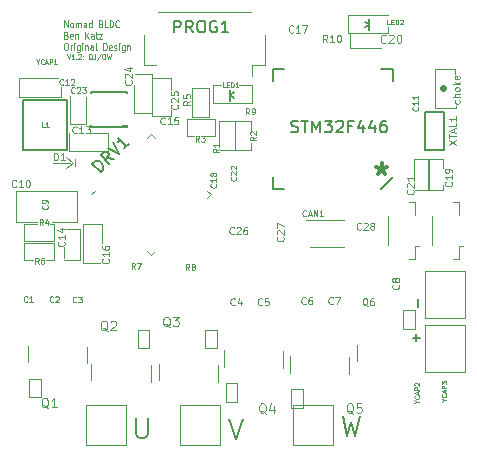
<source format=gto>
G04 #@! TF.GenerationSoftware,KiCad,Pcbnew,(5.1.2-1)-1*
G04 #@! TF.CreationDate,2019-08-23T13:21:54-04:00*
G04 #@! TF.ProjectId,PCB_V1.2,5043425f-5631-42e3-922e-6b696361645f,rev?*
G04 #@! TF.SameCoordinates,Original*
G04 #@! TF.FileFunction,Legend,Top*
G04 #@! TF.FilePolarity,Positive*
%FSLAX46Y46*%
G04 Gerber Fmt 4.6, Leading zero omitted, Abs format (unit mm)*
G04 Created by KiCad (PCBNEW (5.1.2-1)-1) date 2019-08-23 13:21:54*
%MOMM*%
%LPD*%
G04 APERTURE LIST*
%ADD10C,0.120000*%
%ADD11C,0.300000*%
%ADD12C,0.060000*%
%ADD13C,0.150000*%
%ADD14C,0.142240*%
%ADD15C,0.203200*%
%ADD16C,0.127000*%
%ADD17C,0.152400*%
%ADD18C,0.100000*%
%ADD19C,0.080000*%
%ADD20C,0.080234*%
%ADD21C,0.050000*%
%ADD22C,0.081280*%
%ADD23C,0.032512*%
%ADD24C,0.101600*%
%ADD25C,0.075000*%
G04 APERTURE END LIST*
D10*
X169550000Y-109150000D02*
X171050000Y-109150000D01*
X171050000Y-108650000D02*
X171050000Y-109150000D01*
X171050000Y-105950000D02*
X171050000Y-106950000D01*
X169450000Y-105950000D02*
X171050000Y-105950000D01*
X167900000Y-108900000D02*
X167900000Y-106550000D01*
X169450000Y-108900000D02*
X167900000Y-108900000D01*
X169450000Y-105600000D02*
X169450000Y-109100000D01*
X169450000Y-105600000D02*
X167950000Y-105600000D01*
X195150000Y-108450000D02*
X195150000Y-108250000D01*
X193350000Y-108450000D02*
X195150000Y-108450000D01*
X193350000Y-105150000D02*
X193350000Y-108450000D01*
X195100000Y-105150000D02*
X193350000Y-105150000D01*
X195100000Y-105550000D02*
X195100000Y-105150000D01*
X186150000Y-103400000D02*
X186150000Y-102150000D01*
X188800000Y-103400000D02*
X186150000Y-103400000D01*
X189400000Y-102150000D02*
X189400000Y-101600000D01*
X186000000Y-102150000D02*
X189400000Y-102150000D01*
X186000000Y-100600000D02*
X186000000Y-102150000D01*
X189400000Y-100600000D02*
X186000000Y-100600000D01*
X158550000Y-121300000D02*
X159350000Y-121300000D01*
X158550000Y-121250000D02*
X158550000Y-121300000D01*
X158550000Y-119850000D02*
X158550000Y-121250000D01*
X161100000Y-119850000D02*
X158550000Y-119850000D01*
X161100000Y-121300000D02*
X161100000Y-119850000D01*
X160450000Y-121300000D02*
X161100000Y-121300000D01*
X174250000Y-106750000D02*
X172800000Y-106750000D01*
X174250000Y-109200000D02*
X174250000Y-106750000D01*
X172800000Y-109200000D02*
X174250000Y-109200000D01*
X172800000Y-106750000D02*
X172800000Y-109200000D01*
X172350000Y-110850000D02*
X172950000Y-110850000D01*
X172350000Y-109350000D02*
X172350000Y-110850000D01*
X174800000Y-109350000D02*
X172350000Y-109350000D01*
X174800000Y-110850000D02*
X174000000Y-110850000D01*
X174800000Y-109350000D02*
X174800000Y-110850000D01*
X177900000Y-106550000D02*
X176800000Y-106550000D01*
X177900000Y-108050000D02*
X177900000Y-106600000D01*
X174550000Y-108050000D02*
X177900000Y-108050000D01*
X174550000Y-106550000D02*
X174550000Y-108050000D01*
X175300000Y-106550000D02*
X174550000Y-106550000D01*
X176450000Y-109600000D02*
X176450000Y-111950000D01*
X177800000Y-109600000D02*
X177800000Y-110300000D01*
X177800000Y-112000000D02*
X177800000Y-111400000D01*
X175200000Y-112000000D02*
X177800000Y-112000000D01*
X175100000Y-109600000D02*
X175100000Y-111300000D01*
X177800000Y-109600000D02*
X175100000Y-109600000D01*
X158200000Y-105900000D02*
X161500000Y-105900000D01*
X158200000Y-107500000D02*
X158200000Y-105900000D01*
X161700000Y-107500000D02*
X158200000Y-107500000D01*
X161700000Y-106700000D02*
X161700000Y-107500000D01*
X162500000Y-109800000D02*
X162500000Y-107400000D01*
X163800000Y-109800000D02*
X162500000Y-109800000D01*
X163800000Y-107500000D02*
X163800000Y-109800000D01*
X194100000Y-112800000D02*
X192900000Y-112800000D01*
X194100000Y-113500000D02*
X194100000Y-112800000D01*
X194100000Y-115400000D02*
X194100000Y-115000000D01*
X192900000Y-115400000D02*
X194100000Y-115400000D01*
X192900000Y-112800000D02*
X192900000Y-115400000D01*
X192800000Y-115400000D02*
X191700000Y-115400000D01*
X192800000Y-112800000D02*
X192800000Y-115400000D01*
X191600000Y-112800000D02*
X192800000Y-112800000D01*
X191600000Y-114100000D02*
X191600000Y-112800000D01*
X157900000Y-118100000D02*
X157900000Y-115500000D01*
X159700000Y-118100000D02*
X158000000Y-118100000D01*
X163100000Y-118100000D02*
X161000000Y-118100000D01*
X163100000Y-115500000D02*
X163100000Y-118100000D01*
X158000000Y-115500000D02*
X163100000Y-115500000D01*
X165200000Y-118300000D02*
X165200000Y-119900000D01*
X163600000Y-118300000D02*
X165200000Y-118300000D01*
X163600000Y-121600000D02*
X165000000Y-121600000D01*
X163600000Y-118300000D02*
X163600000Y-121600000D01*
X163300000Y-118700000D02*
X162200000Y-118700000D01*
X163300000Y-121300000D02*
X163300000Y-118700000D01*
X162000000Y-121300000D02*
X163300000Y-121300000D01*
X162000000Y-120200000D02*
X162000000Y-121200000D01*
X161100000Y-118300000D02*
X160800000Y-118300000D01*
X161100000Y-118500000D02*
X161100000Y-118300000D01*
X158600000Y-118300000D02*
X159700000Y-118300000D01*
X158600000Y-119700000D02*
X158600000Y-118300000D01*
X161100000Y-119700000D02*
X158600000Y-119700000D01*
X161100000Y-118500000D02*
X161100000Y-119700000D01*
X165700000Y-110600000D02*
X164300000Y-110600000D01*
X165700000Y-112100000D02*
X165700000Y-110600000D01*
X162400000Y-112100000D02*
X165700000Y-112100000D01*
X162400000Y-110600000D02*
X162400000Y-112100000D01*
D11*
X188875000Y-113154761D02*
X188875000Y-113630952D01*
X188398809Y-113440476D02*
X188875000Y-113630952D01*
X189351190Y-113440476D01*
X188589285Y-114011904D02*
X188875000Y-113630952D01*
X189160714Y-114011904D01*
D12*
X162233333Y-103905952D02*
X162366666Y-104305952D01*
X162500000Y-103905952D01*
X162842857Y-104305952D02*
X162614285Y-104305952D01*
X162728571Y-104305952D02*
X162728571Y-103905952D01*
X162690476Y-103963095D01*
X162652380Y-104001190D01*
X162614285Y-104020238D01*
X163014285Y-104267857D02*
X163033333Y-104286904D01*
X163014285Y-104305952D01*
X162995238Y-104286904D01*
X163014285Y-104267857D01*
X163014285Y-104305952D01*
X163185714Y-103944047D02*
X163204761Y-103925000D01*
X163242857Y-103905952D01*
X163338095Y-103905952D01*
X163376190Y-103925000D01*
X163395238Y-103944047D01*
X163414285Y-103982142D01*
X163414285Y-104020238D01*
X163395238Y-104077380D01*
X163166666Y-104305952D01*
X163414285Y-104305952D01*
X163585714Y-104267857D02*
X163604761Y-104286904D01*
X163585714Y-104305952D01*
X163566666Y-104286904D01*
X163585714Y-104267857D01*
X163585714Y-104305952D01*
X163585714Y-104058333D02*
X163604761Y-104077380D01*
X163585714Y-104096428D01*
X163566666Y-104077380D01*
X163585714Y-104058333D01*
X163585714Y-104096428D01*
X164347619Y-104344047D02*
X164309523Y-104325000D01*
X164271428Y-104286904D01*
X164214285Y-104229761D01*
X164176190Y-104210714D01*
X164138095Y-104210714D01*
X164157142Y-104305952D02*
X164119047Y-104286904D01*
X164080952Y-104248809D01*
X164061904Y-104172619D01*
X164061904Y-104039285D01*
X164080952Y-103963095D01*
X164119047Y-103925000D01*
X164157142Y-103905952D01*
X164233333Y-103905952D01*
X164271428Y-103925000D01*
X164309523Y-103963095D01*
X164328571Y-104039285D01*
X164328571Y-104172619D01*
X164309523Y-104248809D01*
X164271428Y-104286904D01*
X164233333Y-104305952D01*
X164157142Y-104305952D01*
X164614285Y-103905952D02*
X164614285Y-104191666D01*
X164595238Y-104248809D01*
X164557142Y-104286904D01*
X164500000Y-104305952D01*
X164461904Y-104305952D01*
X165090476Y-103886904D02*
X164747619Y-104401190D01*
X165300000Y-103905952D02*
X165376190Y-103905952D01*
X165414285Y-103925000D01*
X165452380Y-103963095D01*
X165471428Y-104039285D01*
X165471428Y-104172619D01*
X165452380Y-104248809D01*
X165414285Y-104286904D01*
X165376190Y-104305952D01*
X165300000Y-104305952D01*
X165261904Y-104286904D01*
X165223809Y-104248809D01*
X165204761Y-104172619D01*
X165204761Y-104039285D01*
X165223809Y-103963095D01*
X165261904Y-103925000D01*
X165300000Y-103905952D01*
X165604761Y-103905952D02*
X165700000Y-104305952D01*
X165776190Y-104020238D01*
X165852380Y-104305952D01*
X165947619Y-103905952D01*
D10*
X162878800Y-112753720D02*
X162878800Y-113403960D01*
X162700000Y-113100000D02*
X162136120Y-113511480D01*
X162700000Y-113073760D02*
X162181840Y-112626720D01*
X161077600Y-113100000D02*
X162500000Y-113100000D01*
D12*
X195442857Y-107800000D02*
X195471428Y-107857142D01*
X195471428Y-107971428D01*
X195442857Y-108028571D01*
X195414285Y-108057142D01*
X195357142Y-108085714D01*
X195185714Y-108085714D01*
X195128571Y-108057142D01*
X195100000Y-108028571D01*
X195071428Y-107971428D01*
X195071428Y-107857142D01*
X195100000Y-107800000D01*
X195471428Y-107542857D02*
X194871428Y-107542857D01*
X195471428Y-107285714D02*
X195157142Y-107285714D01*
X195100000Y-107314285D01*
X195071428Y-107371428D01*
X195071428Y-107457142D01*
X195100000Y-107514285D01*
X195128571Y-107542857D01*
X195471428Y-106914285D02*
X195442857Y-106971428D01*
X195414285Y-107000000D01*
X195357142Y-107028571D01*
X195185714Y-107028571D01*
X195128571Y-107000000D01*
X195100000Y-106971428D01*
X195071428Y-106914285D01*
X195071428Y-106828571D01*
X195100000Y-106771428D01*
X195128571Y-106742857D01*
X195185714Y-106714285D01*
X195357142Y-106714285D01*
X195414285Y-106742857D01*
X195442857Y-106771428D01*
X195471428Y-106828571D01*
X195471428Y-106914285D01*
X195471428Y-106457142D02*
X194871428Y-106457142D01*
X195242857Y-106400000D02*
X195471428Y-106228571D01*
X195071428Y-106228571D02*
X195300000Y-106457142D01*
X195442857Y-105742857D02*
X195471428Y-105800000D01*
X195471428Y-105914285D01*
X195442857Y-105971428D01*
X195385714Y-106000000D01*
X195157142Y-106000000D01*
X195100000Y-105971428D01*
X195071428Y-105914285D01*
X195071428Y-105800000D01*
X195100000Y-105742857D01*
X195157142Y-105714285D01*
X195214285Y-105714285D01*
X195271428Y-106000000D01*
D13*
X181223820Y-110476241D02*
X181366678Y-110523860D01*
X181604773Y-110523860D01*
X181700011Y-110476241D01*
X181747630Y-110428622D01*
X181795249Y-110333384D01*
X181795249Y-110238146D01*
X181747630Y-110142908D01*
X181700011Y-110095289D01*
X181604773Y-110047670D01*
X181414297Y-110000051D01*
X181319059Y-109952432D01*
X181271440Y-109904813D01*
X181223820Y-109809575D01*
X181223820Y-109714337D01*
X181271440Y-109619099D01*
X181319059Y-109571480D01*
X181414297Y-109523860D01*
X181652392Y-109523860D01*
X181795249Y-109571480D01*
X182080963Y-109523860D02*
X182652392Y-109523860D01*
X182366678Y-110523860D02*
X182366678Y-109523860D01*
X182985725Y-110523860D02*
X182985725Y-109523860D01*
X183319059Y-110238146D01*
X183652392Y-109523860D01*
X183652392Y-110523860D01*
X184033344Y-109523860D02*
X184652392Y-109523860D01*
X184319059Y-109904813D01*
X184461916Y-109904813D01*
X184557154Y-109952432D01*
X184604773Y-110000051D01*
X184652392Y-110095289D01*
X184652392Y-110333384D01*
X184604773Y-110428622D01*
X184557154Y-110476241D01*
X184461916Y-110523860D01*
X184176201Y-110523860D01*
X184080963Y-110476241D01*
X184033344Y-110428622D01*
X185033344Y-109619099D02*
X185080963Y-109571480D01*
X185176201Y-109523860D01*
X185414297Y-109523860D01*
X185509535Y-109571480D01*
X185557154Y-109619099D01*
X185604773Y-109714337D01*
X185604773Y-109809575D01*
X185557154Y-109952432D01*
X184985725Y-110523860D01*
X185604773Y-110523860D01*
X186366678Y-110000051D02*
X186033344Y-110000051D01*
X186033344Y-110523860D02*
X186033344Y-109523860D01*
X186509535Y-109523860D01*
X187319059Y-109857194D02*
X187319059Y-110523860D01*
X187080963Y-109476241D02*
X186842868Y-110190527D01*
X187461916Y-110190527D01*
X188271440Y-109857194D02*
X188271440Y-110523860D01*
X188033344Y-109476241D02*
X187795249Y-110190527D01*
X188414297Y-110190527D01*
X189223820Y-109523860D02*
X189033344Y-109523860D01*
X188938106Y-109571480D01*
X188890487Y-109619099D01*
X188795249Y-109761956D01*
X188747630Y-109952432D01*
X188747630Y-110333384D01*
X188795249Y-110428622D01*
X188842868Y-110476241D01*
X188938106Y-110523860D01*
X189128582Y-110523860D01*
X189223820Y-110476241D01*
X189271440Y-110428622D01*
X189319059Y-110333384D01*
X189319059Y-110095289D01*
X189271440Y-110000051D01*
X189223820Y-109952432D01*
X189128582Y-109904813D01*
X188938106Y-109904813D01*
X188842868Y-109952432D01*
X188795249Y-110000051D01*
X188747630Y-110095289D01*
D12*
X162008047Y-101626428D02*
X162008047Y-101026428D01*
X162293761Y-101626428D01*
X162293761Y-101026428D01*
X162603285Y-101626428D02*
X162555666Y-101597857D01*
X162531857Y-101569285D01*
X162508047Y-101512142D01*
X162508047Y-101340714D01*
X162531857Y-101283571D01*
X162555666Y-101255000D01*
X162603285Y-101226428D01*
X162674714Y-101226428D01*
X162722333Y-101255000D01*
X162746142Y-101283571D01*
X162769952Y-101340714D01*
X162769952Y-101512142D01*
X162746142Y-101569285D01*
X162722333Y-101597857D01*
X162674714Y-101626428D01*
X162603285Y-101626428D01*
X162984238Y-101626428D02*
X162984238Y-101226428D01*
X162984238Y-101283571D02*
X163008047Y-101255000D01*
X163055666Y-101226428D01*
X163127095Y-101226428D01*
X163174714Y-101255000D01*
X163198523Y-101312142D01*
X163198523Y-101626428D01*
X163198523Y-101312142D02*
X163222333Y-101255000D01*
X163269952Y-101226428D01*
X163341380Y-101226428D01*
X163389000Y-101255000D01*
X163412809Y-101312142D01*
X163412809Y-101626428D01*
X163865190Y-101626428D02*
X163865190Y-101312142D01*
X163841380Y-101255000D01*
X163793761Y-101226428D01*
X163698523Y-101226428D01*
X163650904Y-101255000D01*
X163865190Y-101597857D02*
X163817571Y-101626428D01*
X163698523Y-101626428D01*
X163650904Y-101597857D01*
X163627095Y-101540714D01*
X163627095Y-101483571D01*
X163650904Y-101426428D01*
X163698523Y-101397857D01*
X163817571Y-101397857D01*
X163865190Y-101369285D01*
X164317571Y-101626428D02*
X164317571Y-101026428D01*
X164317571Y-101597857D02*
X164269952Y-101626428D01*
X164174714Y-101626428D01*
X164127095Y-101597857D01*
X164103285Y-101569285D01*
X164079476Y-101512142D01*
X164079476Y-101340714D01*
X164103285Y-101283571D01*
X164127095Y-101255000D01*
X164174714Y-101226428D01*
X164269952Y-101226428D01*
X164317571Y-101255000D01*
X165103285Y-101312142D02*
X165174714Y-101340714D01*
X165198523Y-101369285D01*
X165222333Y-101426428D01*
X165222333Y-101512142D01*
X165198523Y-101569285D01*
X165174714Y-101597857D01*
X165127095Y-101626428D01*
X164936619Y-101626428D01*
X164936619Y-101026428D01*
X165103285Y-101026428D01*
X165150904Y-101055000D01*
X165174714Y-101083571D01*
X165198523Y-101140714D01*
X165198523Y-101197857D01*
X165174714Y-101255000D01*
X165150904Y-101283571D01*
X165103285Y-101312142D01*
X164936619Y-101312142D01*
X165674714Y-101626428D02*
X165436619Y-101626428D01*
X165436619Y-101026428D01*
X165841380Y-101626428D02*
X165841380Y-101026428D01*
X165960428Y-101026428D01*
X166031857Y-101055000D01*
X166079476Y-101112142D01*
X166103285Y-101169285D01*
X166127095Y-101283571D01*
X166127095Y-101369285D01*
X166103285Y-101483571D01*
X166079476Y-101540714D01*
X166031857Y-101597857D01*
X165960428Y-101626428D01*
X165841380Y-101626428D01*
X166627095Y-101569285D02*
X166603285Y-101597857D01*
X166531857Y-101626428D01*
X166484238Y-101626428D01*
X166412809Y-101597857D01*
X166365190Y-101540714D01*
X166341380Y-101483571D01*
X166317571Y-101369285D01*
X166317571Y-101283571D01*
X166341380Y-101169285D01*
X166365190Y-101112142D01*
X166412809Y-101055000D01*
X166484238Y-101026428D01*
X166531857Y-101026428D01*
X166603285Y-101055000D01*
X166627095Y-101083571D01*
X162174714Y-102272142D02*
X162246142Y-102300714D01*
X162269952Y-102329285D01*
X162293761Y-102386428D01*
X162293761Y-102472142D01*
X162269952Y-102529285D01*
X162246142Y-102557857D01*
X162198523Y-102586428D01*
X162008047Y-102586428D01*
X162008047Y-101986428D01*
X162174714Y-101986428D01*
X162222333Y-102015000D01*
X162246142Y-102043571D01*
X162269952Y-102100714D01*
X162269952Y-102157857D01*
X162246142Y-102215000D01*
X162222333Y-102243571D01*
X162174714Y-102272142D01*
X162008047Y-102272142D01*
X162698523Y-102557857D02*
X162650904Y-102586428D01*
X162555666Y-102586428D01*
X162508047Y-102557857D01*
X162484238Y-102500714D01*
X162484238Y-102272142D01*
X162508047Y-102215000D01*
X162555666Y-102186428D01*
X162650904Y-102186428D01*
X162698523Y-102215000D01*
X162722333Y-102272142D01*
X162722333Y-102329285D01*
X162484238Y-102386428D01*
X162936619Y-102186428D02*
X162936619Y-102586428D01*
X162936619Y-102243571D02*
X162960428Y-102215000D01*
X163008047Y-102186428D01*
X163079476Y-102186428D01*
X163127095Y-102215000D01*
X163150904Y-102272142D01*
X163150904Y-102586428D01*
X163769952Y-102586428D02*
X163769952Y-101986428D01*
X164055666Y-102586428D02*
X163841380Y-102243571D01*
X164055666Y-101986428D02*
X163769952Y-102329285D01*
X164484238Y-102586428D02*
X164484238Y-102272142D01*
X164460428Y-102215000D01*
X164412809Y-102186428D01*
X164317571Y-102186428D01*
X164269952Y-102215000D01*
X164484238Y-102557857D02*
X164436619Y-102586428D01*
X164317571Y-102586428D01*
X164269952Y-102557857D01*
X164246142Y-102500714D01*
X164246142Y-102443571D01*
X164269952Y-102386428D01*
X164317571Y-102357857D01*
X164436619Y-102357857D01*
X164484238Y-102329285D01*
X164650904Y-102186428D02*
X164841380Y-102186428D01*
X164722333Y-101986428D02*
X164722333Y-102500714D01*
X164746142Y-102557857D01*
X164793761Y-102586428D01*
X164841380Y-102586428D01*
X164960428Y-102186428D02*
X165222333Y-102186428D01*
X164960428Y-102586428D01*
X165222333Y-102586428D01*
X162103285Y-102946428D02*
X162198523Y-102946428D01*
X162246142Y-102975000D01*
X162293761Y-103032142D01*
X162317571Y-103146428D01*
X162317571Y-103346428D01*
X162293761Y-103460714D01*
X162246142Y-103517857D01*
X162198523Y-103546428D01*
X162103285Y-103546428D01*
X162055666Y-103517857D01*
X162008047Y-103460714D01*
X161984238Y-103346428D01*
X161984238Y-103146428D01*
X162008047Y-103032142D01*
X162055666Y-102975000D01*
X162103285Y-102946428D01*
X162531857Y-103546428D02*
X162531857Y-103146428D01*
X162531857Y-103260714D02*
X162555666Y-103203571D01*
X162579476Y-103175000D01*
X162627095Y-103146428D01*
X162674714Y-103146428D01*
X162841380Y-103546428D02*
X162841380Y-103146428D01*
X162841380Y-102946428D02*
X162817571Y-102975000D01*
X162841380Y-103003571D01*
X162865190Y-102975000D01*
X162841380Y-102946428D01*
X162841380Y-103003571D01*
X163293761Y-103146428D02*
X163293761Y-103632142D01*
X163269952Y-103689285D01*
X163246142Y-103717857D01*
X163198523Y-103746428D01*
X163127095Y-103746428D01*
X163079476Y-103717857D01*
X163293761Y-103517857D02*
X163246142Y-103546428D01*
X163150904Y-103546428D01*
X163103285Y-103517857D01*
X163079476Y-103489285D01*
X163055666Y-103432142D01*
X163055666Y-103260714D01*
X163079476Y-103203571D01*
X163103285Y-103175000D01*
X163150904Y-103146428D01*
X163246142Y-103146428D01*
X163293761Y-103175000D01*
X163531857Y-103546428D02*
X163531857Y-103146428D01*
X163531857Y-102946428D02*
X163508047Y-102975000D01*
X163531857Y-103003571D01*
X163555666Y-102975000D01*
X163531857Y-102946428D01*
X163531857Y-103003571D01*
X163769952Y-103146428D02*
X163769952Y-103546428D01*
X163769952Y-103203571D02*
X163793761Y-103175000D01*
X163841380Y-103146428D01*
X163912809Y-103146428D01*
X163960428Y-103175000D01*
X163984238Y-103232142D01*
X163984238Y-103546428D01*
X164436619Y-103546428D02*
X164436619Y-103232142D01*
X164412809Y-103175000D01*
X164365190Y-103146428D01*
X164269952Y-103146428D01*
X164222333Y-103175000D01*
X164436619Y-103517857D02*
X164389000Y-103546428D01*
X164269952Y-103546428D01*
X164222333Y-103517857D01*
X164198523Y-103460714D01*
X164198523Y-103403571D01*
X164222333Y-103346428D01*
X164269952Y-103317857D01*
X164389000Y-103317857D01*
X164436619Y-103289285D01*
X164746142Y-103546428D02*
X164698523Y-103517857D01*
X164674714Y-103460714D01*
X164674714Y-102946428D01*
X165317571Y-103546428D02*
X165317571Y-102946428D01*
X165436619Y-102946428D01*
X165508047Y-102975000D01*
X165555666Y-103032142D01*
X165579476Y-103089285D01*
X165603285Y-103203571D01*
X165603285Y-103289285D01*
X165579476Y-103403571D01*
X165555666Y-103460714D01*
X165508047Y-103517857D01*
X165436619Y-103546428D01*
X165317571Y-103546428D01*
X166008047Y-103517857D02*
X165960428Y-103546428D01*
X165865190Y-103546428D01*
X165817571Y-103517857D01*
X165793761Y-103460714D01*
X165793761Y-103232142D01*
X165817571Y-103175000D01*
X165865190Y-103146428D01*
X165960428Y-103146428D01*
X166008047Y-103175000D01*
X166031857Y-103232142D01*
X166031857Y-103289285D01*
X165793761Y-103346428D01*
X166222333Y-103517857D02*
X166269952Y-103546428D01*
X166365190Y-103546428D01*
X166412809Y-103517857D01*
X166436619Y-103460714D01*
X166436619Y-103432142D01*
X166412809Y-103375000D01*
X166365190Y-103346428D01*
X166293761Y-103346428D01*
X166246142Y-103317857D01*
X166222333Y-103260714D01*
X166222333Y-103232142D01*
X166246142Y-103175000D01*
X166293761Y-103146428D01*
X166365190Y-103146428D01*
X166412809Y-103175000D01*
X166650904Y-103546428D02*
X166650904Y-103146428D01*
X166650904Y-102946428D02*
X166627095Y-102975000D01*
X166650904Y-103003571D01*
X166674714Y-102975000D01*
X166650904Y-102946428D01*
X166650904Y-103003571D01*
X167103285Y-103146428D02*
X167103285Y-103632142D01*
X167079476Y-103689285D01*
X167055666Y-103717857D01*
X167008047Y-103746428D01*
X166936619Y-103746428D01*
X166889000Y-103717857D01*
X167103285Y-103517857D02*
X167055666Y-103546428D01*
X166960428Y-103546428D01*
X166912809Y-103517857D01*
X166889000Y-103489285D01*
X166865190Y-103432142D01*
X166865190Y-103260714D01*
X166889000Y-103203571D01*
X166912809Y-103175000D01*
X166960428Y-103146428D01*
X167055666Y-103146428D01*
X167103285Y-103175000D01*
X167341380Y-103146428D02*
X167341380Y-103546428D01*
X167341380Y-103203571D02*
X167365190Y-103175000D01*
X167412809Y-103146428D01*
X167484238Y-103146428D01*
X167531857Y-103175000D01*
X167555666Y-103232142D01*
X167555666Y-103546428D01*
D14*
X191957142Y-125267067D02*
X191957142Y-124657544D01*
X191807142Y-128217067D02*
X191807142Y-127607544D01*
X192111904Y-127912305D02*
X191502380Y-127912305D01*
X168094622Y-134730466D02*
X168094622Y-136097833D01*
X168175056Y-136258700D01*
X168255489Y-136339133D01*
X168416356Y-136419566D01*
X168738089Y-136419566D01*
X168898956Y-136339133D01*
X168979389Y-136258700D01*
X169059822Y-136097833D01*
X169059822Y-134730466D01*
X175978322Y-134830466D02*
X176541356Y-136519566D01*
X177104389Y-134830466D01*
X185558756Y-134555466D02*
X185960922Y-136244566D01*
X186282656Y-135038066D01*
X186604389Y-136244566D01*
X187006556Y-134555466D01*
D10*
X169005224Y-111009165D02*
X169341100Y-110673289D01*
X169341100Y-110673289D02*
X169676976Y-111009165D01*
X169676976Y-120548035D02*
X169341100Y-120883911D01*
X169341100Y-120883911D02*
X169005224Y-120548035D01*
X174110535Y-116114476D02*
X174446411Y-115778600D01*
X174446411Y-115778600D02*
X174110535Y-115442724D01*
X164571665Y-115442724D02*
X164235789Y-115778600D01*
X186750000Y-128500000D02*
X186750000Y-129900000D01*
X191650000Y-127200000D02*
X191650000Y-125600000D01*
X190650000Y-127200000D02*
X191650000Y-127200000D01*
X190650000Y-125600000D02*
X190650000Y-127200000D01*
X191650000Y-125600000D02*
X190650000Y-125600000D01*
X191650000Y-125600000D02*
X191650000Y-127200000D01*
X190650000Y-125600000D02*
X190650000Y-127200000D01*
X186101100Y-130968600D02*
X186101100Y-129568600D01*
X181101100Y-130868600D02*
X181101100Y-129468600D01*
X181201100Y-132268600D02*
X181201100Y-133868600D01*
X182201100Y-132268600D02*
X181201100Y-132268600D01*
X182201100Y-133868600D02*
X182201100Y-132268600D01*
X181201100Y-133868600D02*
X182201100Y-133868600D01*
X181201100Y-133868600D02*
X181201100Y-132268600D01*
X182201100Y-133868600D02*
X182201100Y-132268600D01*
X180551100Y-130468600D02*
X180551100Y-129068600D01*
X175551100Y-130368600D02*
X175551100Y-128968600D01*
X175651100Y-131768600D02*
X175651100Y-133368600D01*
X176651100Y-131768600D02*
X175651100Y-131768600D01*
X176651100Y-133368600D02*
X176651100Y-131768600D01*
X175651100Y-133368600D02*
X176651100Y-133368600D01*
X175651100Y-133368600D02*
X175651100Y-131768600D01*
X176651100Y-133368600D02*
X176651100Y-131768600D01*
X170001100Y-130118600D02*
X170001100Y-131518600D01*
X175001100Y-130218600D02*
X175001100Y-131618600D01*
X174901100Y-128818600D02*
X174901100Y-127218600D01*
X173901100Y-128818600D02*
X174901100Y-128818600D01*
X173901100Y-127218600D02*
X173901100Y-128818600D01*
X174901100Y-127218600D02*
X173901100Y-127218600D01*
X174901100Y-127218600D02*
X174901100Y-128818600D01*
X173901100Y-127218600D02*
X173901100Y-128818600D01*
X164301100Y-130118600D02*
X164301100Y-131518600D01*
X169301100Y-130218600D02*
X169301100Y-131618600D01*
X169201100Y-128818600D02*
X169201100Y-127218600D01*
X168201100Y-128818600D02*
X169201100Y-128818600D01*
X168201100Y-127218600D02*
X168201100Y-128818600D01*
X169201100Y-127218600D02*
X168201100Y-127218600D01*
X169201100Y-127218600D02*
X169201100Y-128818600D01*
X168201100Y-127218600D02*
X168201100Y-128818600D01*
X163901100Y-130068600D02*
X163901100Y-128668600D01*
X158901100Y-129968600D02*
X158901100Y-128568600D01*
X159001100Y-131368600D02*
X159001100Y-132968600D01*
X160001100Y-131368600D02*
X159001100Y-131368600D01*
X160001100Y-132968600D02*
X160001100Y-131368600D01*
X159001100Y-132968600D02*
X160001100Y-132968600D01*
X159001100Y-132968600D02*
X159001100Y-131368600D01*
X160001100Y-132968600D02*
X160001100Y-131368600D01*
X195950000Y-126275000D02*
X192550000Y-126275000D01*
X195950000Y-122275000D02*
X195950000Y-126275000D01*
X192650000Y-122275000D02*
X195950000Y-122275000D01*
X192550000Y-126275000D02*
X192550000Y-122275000D01*
X195925000Y-130800000D02*
X192525000Y-130800000D01*
X195925000Y-126800000D02*
X195925000Y-130800000D01*
X192625000Y-126800000D02*
X195925000Y-126800000D01*
X192525000Y-130800000D02*
X192525000Y-126800000D01*
X189440000Y-120040000D02*
X189440000Y-117560000D01*
X191660000Y-116390000D02*
X191660000Y-117490000D01*
X191210000Y-116390000D02*
X191660000Y-116390000D01*
X191660000Y-120110000D02*
X192050000Y-120110000D01*
X191660000Y-121210000D02*
X191660000Y-120110000D01*
X191210000Y-121210000D02*
X191660000Y-121210000D01*
X193165000Y-120040000D02*
X193165000Y-117560000D01*
X195385000Y-116390000D02*
X195385000Y-117490000D01*
X194935000Y-116390000D02*
X195385000Y-116390000D01*
X195385000Y-120110000D02*
X195775000Y-120110000D01*
X195385000Y-121210000D02*
X195385000Y-120110000D01*
X194935000Y-121210000D02*
X195385000Y-121210000D01*
D15*
X158521100Y-111978600D02*
X158521100Y-107778600D01*
X162221100Y-111978600D02*
X158521100Y-111978600D01*
X162221100Y-107778600D02*
X162221100Y-111978600D01*
X158521100Y-107778600D02*
X162221100Y-107778600D01*
X189831100Y-105138600D02*
X188831100Y-105138600D01*
X189831100Y-106138600D02*
X189831100Y-105138600D01*
X188831100Y-115338600D02*
X189831100Y-114338600D01*
X179631100Y-105138600D02*
X180631100Y-105138600D01*
X179631100Y-106138600D02*
X179631100Y-105138600D01*
X179631100Y-115338600D02*
X179631100Y-114338600D01*
X180631100Y-115338600D02*
X179631100Y-115338600D01*
D16*
X194329596Y-106803600D02*
G75*
G03X194329596Y-106803600I-218496J0D01*
G01*
X194136500Y-106803600D02*
G75*
G03X194136500Y-106803600I-25400J0D01*
G01*
X194238100Y-106803600D02*
G75*
G03X194238100Y-106803600I-127000J0D01*
G01*
D15*
X176036500Y-107394000D02*
X176331100Y-107587000D01*
X176021100Y-107368600D02*
X176331100Y-107134800D01*
X176021100Y-107828600D02*
X176021100Y-107368600D01*
X176021100Y-106908600D02*
X176021100Y-107368600D01*
X187785700Y-101373200D02*
X187491100Y-101180200D01*
X187801100Y-101398600D02*
X187491100Y-101632400D01*
X187801100Y-100938600D02*
X187801100Y-101398600D01*
X187801100Y-101858600D02*
X187801100Y-101398600D01*
D16*
X192561100Y-108828600D02*
X192561100Y-112028600D01*
X194161100Y-108828600D02*
X192561100Y-108828600D01*
X194161100Y-112028600D02*
X194161100Y-108828600D01*
X192561100Y-112028600D02*
X194161100Y-112028600D01*
D17*
X164301100Y-107078600D02*
X167301100Y-107078600D01*
X167301100Y-109938600D02*
X167301100Y-110078600D01*
X164301100Y-107078600D02*
X164301100Y-107218600D01*
X167301100Y-107078600D02*
X167301100Y-107218600D01*
X164301100Y-109938600D02*
X164301100Y-110078600D01*
X164301100Y-110078600D02*
X167301100Y-110078600D01*
D18*
G36*
X167301100Y-109938600D02*
G01*
X166901100Y-109938600D01*
X166901100Y-110078600D01*
X167301100Y-110078600D01*
X167301100Y-109938600D01*
G37*
D10*
X181350000Y-137025000D02*
X181350000Y-133625000D01*
X184750000Y-137025000D02*
X181350000Y-137025000D01*
X184750000Y-133625000D02*
X184750000Y-137025000D01*
X181350000Y-133625000D02*
X184750000Y-133625000D01*
X182800000Y-120195000D02*
X185700000Y-120195000D01*
X182440000Y-117955000D02*
X185700000Y-117955000D01*
X171775000Y-137025000D02*
X171775000Y-133625000D01*
X175175000Y-137025000D02*
X171775000Y-137025000D01*
X175175000Y-133625000D02*
X175175000Y-137025000D01*
X171775000Y-133625000D02*
X175175000Y-133625000D01*
X177790000Y-100315000D02*
X169910000Y-100315000D01*
X168740000Y-104785000D02*
X169790000Y-104785000D01*
X168740000Y-102285000D02*
X168740000Y-104785000D01*
X177910000Y-104785000D02*
X177910000Y-105775000D01*
X178960000Y-104785000D02*
X177910000Y-104785000D01*
X178960000Y-102285000D02*
X178960000Y-104785000D01*
X163825000Y-137025000D02*
X163825000Y-133625000D01*
X167225000Y-137025000D02*
X163825000Y-137025000D01*
X167225000Y-133625000D02*
X167225000Y-137025000D01*
X163825000Y-133625000D02*
X167225000Y-133625000D01*
D13*
X165074215Y-113868737D02*
X164367108Y-113161631D01*
X164535467Y-112993272D01*
X164670154Y-112925928D01*
X164804841Y-112925928D01*
X164905856Y-112959600D01*
X165074215Y-113060615D01*
X165175230Y-113161631D01*
X165276245Y-113329989D01*
X165309917Y-113431005D01*
X165309917Y-113565692D01*
X165242574Y-113700379D01*
X165074215Y-113868737D01*
X166185383Y-112757570D02*
X165612963Y-112656554D01*
X165781322Y-113161631D02*
X165074215Y-112454524D01*
X165343589Y-112185150D01*
X165444604Y-112151478D01*
X165511948Y-112151478D01*
X165612963Y-112185150D01*
X165713978Y-112286165D01*
X165747650Y-112387180D01*
X165747650Y-112454524D01*
X165713978Y-112555539D01*
X165444604Y-112824913D01*
X165680306Y-111848432D02*
X166623115Y-112319837D01*
X166151711Y-111377028D01*
X167464909Y-111478043D02*
X167060848Y-111882104D01*
X167262879Y-111680074D02*
X166555772Y-110972967D01*
X166589444Y-111141326D01*
X166589444Y-111276013D01*
X166555772Y-111377028D01*
D12*
X171564285Y-108175285D02*
X171592857Y-108203857D01*
X171621428Y-108289571D01*
X171621428Y-108346714D01*
X171592857Y-108432428D01*
X171535714Y-108489571D01*
X171478571Y-108518142D01*
X171364285Y-108546714D01*
X171278571Y-108546714D01*
X171164285Y-108518142D01*
X171107142Y-108489571D01*
X171050000Y-108432428D01*
X171021428Y-108346714D01*
X171021428Y-108289571D01*
X171050000Y-108203857D01*
X171078571Y-108175285D01*
X171078571Y-107946714D02*
X171050000Y-107918142D01*
X171021428Y-107861000D01*
X171021428Y-107718142D01*
X171050000Y-107661000D01*
X171078571Y-107632428D01*
X171135714Y-107603857D01*
X171192857Y-107603857D01*
X171278571Y-107632428D01*
X171621428Y-107975285D01*
X171621428Y-107603857D01*
X171021428Y-107061000D02*
X171021428Y-107346714D01*
X171307142Y-107375285D01*
X171278571Y-107346714D01*
X171250000Y-107289571D01*
X171250000Y-107146714D01*
X171278571Y-107089571D01*
X171307142Y-107061000D01*
X171364285Y-107032428D01*
X171507142Y-107032428D01*
X171564285Y-107061000D01*
X171592857Y-107089571D01*
X171621428Y-107146714D01*
X171621428Y-107289571D01*
X171592857Y-107346714D01*
X171564285Y-107375285D01*
D19*
X187690857Y-125228571D02*
X187633714Y-125200000D01*
X187576571Y-125142857D01*
X187490857Y-125057142D01*
X187433714Y-125028571D01*
X187376571Y-125028571D01*
X187405142Y-125171428D02*
X187348000Y-125142857D01*
X187290857Y-125085714D01*
X187262285Y-124971428D01*
X187262285Y-124771428D01*
X187290857Y-124657142D01*
X187348000Y-124600000D01*
X187405142Y-124571428D01*
X187519428Y-124571428D01*
X187576571Y-124600000D01*
X187633714Y-124657142D01*
X187662285Y-124771428D01*
X187662285Y-124971428D01*
X187633714Y-125085714D01*
X187576571Y-125142857D01*
X187519428Y-125171428D01*
X187405142Y-125171428D01*
X188176571Y-124571428D02*
X188062285Y-124571428D01*
X188005142Y-124600000D01*
X187976571Y-124628571D01*
X187919428Y-124714285D01*
X187890857Y-124828571D01*
X187890857Y-125057142D01*
X187919428Y-125114285D01*
X187948000Y-125142857D01*
X188005142Y-125171428D01*
X188119428Y-125171428D01*
X188176571Y-125142857D01*
X188205142Y-125114285D01*
X188233714Y-125057142D01*
X188233714Y-124914285D01*
X188205142Y-124857142D01*
X188176571Y-124828571D01*
X188119428Y-124800000D01*
X188005142Y-124800000D01*
X187948000Y-124828571D01*
X187919428Y-124857142D01*
X187890857Y-124914285D01*
D20*
X186475961Y-134338095D02*
X186399771Y-134300000D01*
X186323580Y-134223809D01*
X186209294Y-134109523D01*
X186133104Y-134071428D01*
X186056914Y-134071428D01*
X186095009Y-134261904D02*
X186018818Y-134223809D01*
X185942628Y-134147619D01*
X185904533Y-133995238D01*
X185904533Y-133728571D01*
X185942628Y-133576190D01*
X186018818Y-133500000D01*
X186095009Y-133461904D01*
X186247390Y-133461904D01*
X186323580Y-133500000D01*
X186399771Y-133576190D01*
X186437866Y-133728571D01*
X186437866Y-133995238D01*
X186399771Y-134147619D01*
X186323580Y-134223809D01*
X186247390Y-134261904D01*
X186095009Y-134261904D01*
X187161675Y-133461904D02*
X186780723Y-133461904D01*
X186742628Y-133842857D01*
X186780723Y-133804761D01*
X186856914Y-133766666D01*
X187047390Y-133766666D01*
X187123580Y-133804761D01*
X187161675Y-133842857D01*
X187199771Y-133919047D01*
X187199771Y-134109523D01*
X187161675Y-134185714D01*
X187123580Y-134223809D01*
X187047390Y-134261904D01*
X186856914Y-134261904D01*
X186780723Y-134223809D01*
X186742628Y-134185714D01*
X179075961Y-134338095D02*
X178999771Y-134300000D01*
X178923580Y-134223809D01*
X178809294Y-134109523D01*
X178733104Y-134071428D01*
X178656914Y-134071428D01*
X178695009Y-134261904D02*
X178618818Y-134223809D01*
X178542628Y-134147619D01*
X178504533Y-133995238D01*
X178504533Y-133728571D01*
X178542628Y-133576190D01*
X178618818Y-133500000D01*
X178695009Y-133461904D01*
X178847390Y-133461904D01*
X178923580Y-133500000D01*
X178999771Y-133576190D01*
X179037866Y-133728571D01*
X179037866Y-133995238D01*
X178999771Y-134147619D01*
X178923580Y-134223809D01*
X178847390Y-134261904D01*
X178695009Y-134261904D01*
X179723580Y-133728571D02*
X179723580Y-134261904D01*
X179533104Y-133423809D02*
X179342628Y-133995238D01*
X179837866Y-133995238D01*
X170946657Y-127013095D02*
X170870466Y-126975000D01*
X170794276Y-126898809D01*
X170679990Y-126784523D01*
X170603800Y-126746428D01*
X170527609Y-126746428D01*
X170565705Y-126936904D02*
X170489514Y-126898809D01*
X170413324Y-126822619D01*
X170375228Y-126670238D01*
X170375228Y-126403571D01*
X170413324Y-126251190D01*
X170489514Y-126175000D01*
X170565705Y-126136904D01*
X170718085Y-126136904D01*
X170794276Y-126175000D01*
X170870466Y-126251190D01*
X170908562Y-126403571D01*
X170908562Y-126670238D01*
X170870466Y-126822619D01*
X170794276Y-126898809D01*
X170718085Y-126936904D01*
X170565705Y-126936904D01*
X171175228Y-126136904D02*
X171670466Y-126136904D01*
X171403800Y-126441666D01*
X171518085Y-126441666D01*
X171594276Y-126479761D01*
X171632371Y-126517857D01*
X171670466Y-126594047D01*
X171670466Y-126784523D01*
X171632371Y-126860714D01*
X171594276Y-126898809D01*
X171518085Y-126936904D01*
X171289514Y-126936904D01*
X171213324Y-126898809D01*
X171175228Y-126860714D01*
X165671657Y-127338095D02*
X165595466Y-127300000D01*
X165519276Y-127223809D01*
X165404990Y-127109523D01*
X165328800Y-127071428D01*
X165252609Y-127071428D01*
X165290705Y-127261904D02*
X165214514Y-127223809D01*
X165138324Y-127147619D01*
X165100228Y-126995238D01*
X165100228Y-126728571D01*
X165138324Y-126576190D01*
X165214514Y-126500000D01*
X165290705Y-126461904D01*
X165443085Y-126461904D01*
X165519276Y-126500000D01*
X165595466Y-126576190D01*
X165633562Y-126728571D01*
X165633562Y-126995238D01*
X165595466Y-127147619D01*
X165519276Y-127223809D01*
X165443085Y-127261904D01*
X165290705Y-127261904D01*
X165938324Y-126538095D02*
X165976419Y-126500000D01*
X166052609Y-126461904D01*
X166243085Y-126461904D01*
X166319276Y-126500000D01*
X166357371Y-126538095D01*
X166395466Y-126614285D01*
X166395466Y-126690476D01*
X166357371Y-126804761D01*
X165900228Y-127261904D01*
X166395466Y-127261904D01*
X160650961Y-133888095D02*
X160574771Y-133850000D01*
X160498580Y-133773809D01*
X160384294Y-133659523D01*
X160308104Y-133621428D01*
X160231914Y-133621428D01*
X160270009Y-133811904D02*
X160193818Y-133773809D01*
X160117628Y-133697619D01*
X160079533Y-133545238D01*
X160079533Y-133278571D01*
X160117628Y-133126190D01*
X160193818Y-133050000D01*
X160270009Y-133011904D01*
X160422390Y-133011904D01*
X160498580Y-133050000D01*
X160574771Y-133126190D01*
X160612866Y-133278571D01*
X160612866Y-133545238D01*
X160574771Y-133697619D01*
X160498580Y-133773809D01*
X160422390Y-133811904D01*
X160270009Y-133811904D01*
X161374771Y-133811904D02*
X160917628Y-133811904D01*
X161146199Y-133811904D02*
X161146199Y-133011904D01*
X161070009Y-133126190D01*
X160993818Y-133202380D01*
X160917628Y-133240476D01*
D21*
X160326814Y-110072752D02*
X160136338Y-110072752D01*
X160136338Y-109672752D01*
X160669671Y-110072752D02*
X160441100Y-110072752D01*
X160555385Y-110072752D02*
X160555385Y-109672752D01*
X160517290Y-109729895D01*
X160479195Y-109767990D01*
X160441100Y-109787038D01*
D12*
X157919977Y-115091725D02*
X157891405Y-115120297D01*
X157805691Y-115148868D01*
X157748548Y-115148868D01*
X157662834Y-115120297D01*
X157605691Y-115063154D01*
X157577120Y-115006011D01*
X157548548Y-114891725D01*
X157548548Y-114806011D01*
X157577120Y-114691725D01*
X157605691Y-114634582D01*
X157662834Y-114577440D01*
X157748548Y-114548868D01*
X157805691Y-114548868D01*
X157891405Y-114577440D01*
X157919977Y-114606011D01*
X158491405Y-115148868D02*
X158148548Y-115148868D01*
X158319977Y-115148868D02*
X158319977Y-114548868D01*
X158262834Y-114634582D01*
X158205691Y-114691725D01*
X158148548Y-114720297D01*
X158862834Y-114548868D02*
X158919977Y-114548868D01*
X158977120Y-114577440D01*
X159005691Y-114606011D01*
X159034262Y-114663154D01*
X159062834Y-114777440D01*
X159062834Y-114920297D01*
X159034262Y-115034582D01*
X159005691Y-115091725D01*
X158977120Y-115120297D01*
X158919977Y-115148868D01*
X158862834Y-115148868D01*
X158805691Y-115120297D01*
X158777120Y-115091725D01*
X158748548Y-115034582D01*
X158719977Y-114920297D01*
X158719977Y-114777440D01*
X158748548Y-114663154D01*
X158777120Y-114606011D01*
X158805691Y-114577440D01*
X158862834Y-114548868D01*
D21*
X161894880Y-106453571D02*
X161871071Y-106477380D01*
X161799642Y-106501190D01*
X161752023Y-106501190D01*
X161680595Y-106477380D01*
X161632976Y-106429761D01*
X161609166Y-106382142D01*
X161585357Y-106286904D01*
X161585357Y-106215476D01*
X161609166Y-106120238D01*
X161632976Y-106072619D01*
X161680595Y-106025000D01*
X161752023Y-106001190D01*
X161799642Y-106001190D01*
X161871071Y-106025000D01*
X161894880Y-106048809D01*
X162371071Y-106501190D02*
X162085357Y-106501190D01*
X162228214Y-106501190D02*
X162228214Y-106001190D01*
X162180595Y-106072619D01*
X162132976Y-106120238D01*
X162085357Y-106144047D01*
X162561547Y-106048809D02*
X162585357Y-106025000D01*
X162632976Y-106001190D01*
X162752023Y-106001190D01*
X162799642Y-106025000D01*
X162823452Y-106048809D01*
X162847261Y-106096428D01*
X162847261Y-106144047D01*
X162823452Y-106215476D01*
X162537738Y-106501190D01*
X162847261Y-106501190D01*
D12*
X160189571Y-118376190D02*
X160022904Y-118138095D01*
X159903857Y-118376190D02*
X159903857Y-117876190D01*
X160094333Y-117876190D01*
X160141952Y-117900000D01*
X160165761Y-117923809D01*
X160189571Y-117971428D01*
X160189571Y-118042857D01*
X160165761Y-118090476D01*
X160141952Y-118114285D01*
X160094333Y-118138095D01*
X159903857Y-118138095D01*
X160618142Y-118042857D02*
X160618142Y-118376190D01*
X160499095Y-117852380D02*
X160380047Y-118209523D01*
X160689571Y-118209523D01*
X159815621Y-121637390D02*
X159648955Y-121399295D01*
X159529907Y-121637390D02*
X159529907Y-121137390D01*
X159720383Y-121137390D01*
X159768002Y-121161200D01*
X159791812Y-121185009D01*
X159815621Y-121232628D01*
X159815621Y-121304057D01*
X159791812Y-121351676D01*
X159768002Y-121375485D01*
X159720383Y-121399295D01*
X159529907Y-121399295D01*
X160244193Y-121137390D02*
X160148955Y-121137390D01*
X160101336Y-121161200D01*
X160077526Y-121185009D01*
X160029907Y-121256438D01*
X160006098Y-121351676D01*
X160006098Y-121542152D01*
X160029907Y-121589771D01*
X160053717Y-121613580D01*
X160101336Y-121637390D01*
X160196574Y-121637390D01*
X160244193Y-121613580D01*
X160268002Y-121589771D01*
X160291812Y-121542152D01*
X160291812Y-121423104D01*
X160268002Y-121375485D01*
X160244193Y-121351676D01*
X160196574Y-121327866D01*
X160101336Y-121327866D01*
X160053717Y-121351676D01*
X160029907Y-121375485D01*
X160006098Y-121423104D01*
X163047914Y-110539485D02*
X163019342Y-110568057D01*
X162933628Y-110596628D01*
X162876485Y-110596628D01*
X162790771Y-110568057D01*
X162733628Y-110510914D01*
X162705057Y-110453771D01*
X162676485Y-110339485D01*
X162676485Y-110253771D01*
X162705057Y-110139485D01*
X162733628Y-110082342D01*
X162790771Y-110025200D01*
X162876485Y-109996628D01*
X162933628Y-109996628D01*
X163019342Y-110025200D01*
X163047914Y-110053771D01*
X163619342Y-110596628D02*
X163276485Y-110596628D01*
X163447914Y-110596628D02*
X163447914Y-109996628D01*
X163390771Y-110082342D01*
X163333628Y-110139485D01*
X163276485Y-110168057D01*
X163819342Y-109996628D02*
X164190771Y-109996628D01*
X163990771Y-110225200D01*
X164076485Y-110225200D01*
X164133628Y-110253771D01*
X164162200Y-110282342D01*
X164190771Y-110339485D01*
X164190771Y-110482342D01*
X164162200Y-110539485D01*
X164133628Y-110568057D01*
X164076485Y-110596628D01*
X163905057Y-110596628D01*
X163847914Y-110568057D01*
X163819342Y-110539485D01*
X161970125Y-119767725D02*
X161998697Y-119796297D01*
X162027268Y-119882011D01*
X162027268Y-119939154D01*
X161998697Y-120024868D01*
X161941554Y-120082011D01*
X161884411Y-120110582D01*
X161770125Y-120139154D01*
X161684411Y-120139154D01*
X161570125Y-120110582D01*
X161512982Y-120082011D01*
X161455840Y-120024868D01*
X161427268Y-119939154D01*
X161427268Y-119882011D01*
X161455840Y-119796297D01*
X161484411Y-119767725D01*
X162027268Y-119196297D02*
X162027268Y-119539154D01*
X162027268Y-119367725D02*
X161427268Y-119367725D01*
X161512982Y-119424868D01*
X161570125Y-119482011D01*
X161598697Y-119539154D01*
X161627268Y-118682011D02*
X162027268Y-118682011D01*
X161398697Y-118824868D02*
X161827268Y-118967725D01*
X161827268Y-118596297D01*
X165739285Y-121250285D02*
X165767857Y-121278857D01*
X165796428Y-121364571D01*
X165796428Y-121421714D01*
X165767857Y-121507428D01*
X165710714Y-121564571D01*
X165653571Y-121593142D01*
X165539285Y-121621714D01*
X165453571Y-121621714D01*
X165339285Y-121593142D01*
X165282142Y-121564571D01*
X165225000Y-121507428D01*
X165196428Y-121421714D01*
X165196428Y-121364571D01*
X165225000Y-121278857D01*
X165253571Y-121250285D01*
X165796428Y-120678857D02*
X165796428Y-121021714D01*
X165796428Y-120850285D02*
X165196428Y-120850285D01*
X165282142Y-120907428D01*
X165339285Y-120964571D01*
X165367857Y-121021714D01*
X165196428Y-120164571D02*
X165196428Y-120278857D01*
X165225000Y-120336000D01*
X165253571Y-120364571D01*
X165339285Y-120421714D01*
X165453571Y-120450285D01*
X165682142Y-120450285D01*
X165739285Y-120421714D01*
X165767857Y-120393142D01*
X165796428Y-120336000D01*
X165796428Y-120221714D01*
X165767857Y-120164571D01*
X165739285Y-120136000D01*
X165682142Y-120107428D01*
X165539285Y-120107428D01*
X165482142Y-120136000D01*
X165453571Y-120164571D01*
X165425000Y-120221714D01*
X165425000Y-120336000D01*
X165453571Y-120393142D01*
X165482142Y-120421714D01*
X165539285Y-120450285D01*
X170510434Y-109787645D02*
X170481862Y-109816217D01*
X170396148Y-109844788D01*
X170339005Y-109844788D01*
X170253291Y-109816217D01*
X170196148Y-109759074D01*
X170167577Y-109701931D01*
X170139005Y-109587645D01*
X170139005Y-109501931D01*
X170167577Y-109387645D01*
X170196148Y-109330502D01*
X170253291Y-109273360D01*
X170339005Y-109244788D01*
X170396148Y-109244788D01*
X170481862Y-109273360D01*
X170510434Y-109301931D01*
X171081862Y-109844788D02*
X170739005Y-109844788D01*
X170910434Y-109844788D02*
X170910434Y-109244788D01*
X170853291Y-109330502D01*
X170796148Y-109387645D01*
X170739005Y-109416217D01*
X171624720Y-109244788D02*
X171339005Y-109244788D01*
X171310434Y-109530502D01*
X171339005Y-109501931D01*
X171396148Y-109473360D01*
X171539005Y-109473360D01*
X171596148Y-109501931D01*
X171624720Y-109530502D01*
X171653291Y-109587645D01*
X171653291Y-109730502D01*
X171624720Y-109787645D01*
X171596148Y-109816217D01*
X171539005Y-109844788D01*
X171396148Y-109844788D01*
X171339005Y-109816217D01*
X171310434Y-109787645D01*
X175076190Y-111910428D02*
X174838095Y-112077095D01*
X175076190Y-112196142D02*
X174576190Y-112196142D01*
X174576190Y-112005666D01*
X174600000Y-111958047D01*
X174623809Y-111934238D01*
X174671428Y-111910428D01*
X174742857Y-111910428D01*
X174790476Y-111934238D01*
X174814285Y-111958047D01*
X174838095Y-112005666D01*
X174838095Y-112196142D01*
X175076190Y-111434238D02*
X175076190Y-111719952D01*
X175076190Y-111577095D02*
X174576190Y-111577095D01*
X174647619Y-111624714D01*
X174695238Y-111672333D01*
X174719047Y-111719952D01*
X178221990Y-110912958D02*
X177983895Y-111079624D01*
X178221990Y-111198672D02*
X177721990Y-111198672D01*
X177721990Y-111008196D01*
X177745800Y-110960577D01*
X177769609Y-110936767D01*
X177817228Y-110912958D01*
X177888657Y-110912958D01*
X177936276Y-110936767D01*
X177960085Y-110960577D01*
X177983895Y-111008196D01*
X177983895Y-111198672D01*
X177769609Y-110722481D02*
X177745800Y-110698672D01*
X177721990Y-110651053D01*
X177721990Y-110532005D01*
X177745800Y-110484386D01*
X177769609Y-110460577D01*
X177817228Y-110436767D01*
X177864847Y-110436767D01*
X177936276Y-110460577D01*
X178221990Y-110746291D01*
X178221990Y-110436767D01*
X174828571Y-114886619D02*
X174852380Y-114910428D01*
X174876190Y-114981857D01*
X174876190Y-115029476D01*
X174852380Y-115100904D01*
X174804761Y-115148523D01*
X174757142Y-115172333D01*
X174661904Y-115196142D01*
X174590476Y-115196142D01*
X174495238Y-115172333D01*
X174447619Y-115148523D01*
X174400000Y-115100904D01*
X174376190Y-115029476D01*
X174376190Y-114981857D01*
X174400000Y-114910428D01*
X174423809Y-114886619D01*
X174876190Y-114410428D02*
X174876190Y-114696142D01*
X174876190Y-114553285D02*
X174376190Y-114553285D01*
X174447619Y-114600904D01*
X174495238Y-114648523D01*
X174519047Y-114696142D01*
X174590476Y-114124714D02*
X174566666Y-114172333D01*
X174542857Y-114196142D01*
X174495238Y-114219952D01*
X174471428Y-114219952D01*
X174423809Y-114196142D01*
X174400000Y-114172333D01*
X174376190Y-114124714D01*
X174376190Y-114029476D01*
X174400000Y-113981857D01*
X174423809Y-113958047D01*
X174471428Y-113934238D01*
X174495238Y-113934238D01*
X174542857Y-113958047D01*
X174566666Y-113981857D01*
X174590476Y-114029476D01*
X174590476Y-114124714D01*
X174614285Y-114172333D01*
X174638095Y-114196142D01*
X174685714Y-114219952D01*
X174780952Y-114219952D01*
X174828571Y-114196142D01*
X174852380Y-114172333D01*
X174876190Y-114124714D01*
X174876190Y-114029476D01*
X174852380Y-113981857D01*
X174828571Y-113958047D01*
X174780952Y-113934238D01*
X174685714Y-113934238D01*
X174638095Y-113958047D01*
X174614285Y-113981857D01*
X174590476Y-114029476D01*
X173408811Y-111299510D02*
X173242144Y-111061415D01*
X173123097Y-111299510D02*
X173123097Y-110799510D01*
X173313573Y-110799510D01*
X173361192Y-110823320D01*
X173385001Y-110847129D01*
X173408811Y-110894748D01*
X173408811Y-110966177D01*
X173385001Y-111013796D01*
X173361192Y-111037605D01*
X173313573Y-111061415D01*
X173123097Y-111061415D01*
X173575478Y-110799510D02*
X173885001Y-110799510D01*
X173718335Y-110989986D01*
X173789763Y-110989986D01*
X173837382Y-111013796D01*
X173861192Y-111037605D01*
X173885001Y-111085224D01*
X173885001Y-111204272D01*
X173861192Y-111251891D01*
X173837382Y-111275700D01*
X173789763Y-111299510D01*
X173646906Y-111299510D01*
X173599287Y-111275700D01*
X173575478Y-111251891D01*
X172671428Y-107874714D02*
X172385714Y-108074714D01*
X172671428Y-108217571D02*
X172071428Y-108217571D01*
X172071428Y-107989000D01*
X172100000Y-107931857D01*
X172128571Y-107903285D01*
X172185714Y-107874714D01*
X172271428Y-107874714D01*
X172328571Y-107903285D01*
X172357142Y-107931857D01*
X172385714Y-107989000D01*
X172385714Y-108217571D01*
X172071428Y-107331857D02*
X172071428Y-107617571D01*
X172357142Y-107646142D01*
X172328571Y-107617571D01*
X172300000Y-107560428D01*
X172300000Y-107417571D01*
X172328571Y-107360428D01*
X172357142Y-107331857D01*
X172414285Y-107303285D01*
X172557142Y-107303285D01*
X172614285Y-107331857D01*
X172642857Y-107360428D01*
X172671428Y-107417571D01*
X172671428Y-107560428D01*
X172642857Y-107617571D01*
X172614285Y-107646142D01*
D22*
X181388546Y-102014285D02*
X181359974Y-102042857D01*
X181274260Y-102071428D01*
X181217117Y-102071428D01*
X181131403Y-102042857D01*
X181074260Y-101985714D01*
X181045689Y-101928571D01*
X181017117Y-101814285D01*
X181017117Y-101728571D01*
X181045689Y-101614285D01*
X181074260Y-101557142D01*
X181131403Y-101500000D01*
X181217117Y-101471428D01*
X181274260Y-101471428D01*
X181359974Y-101500000D01*
X181388546Y-101528571D01*
X181959974Y-102071428D02*
X181617117Y-102071428D01*
X181788546Y-102071428D02*
X181788546Y-101471428D01*
X181731403Y-101557142D01*
X181674260Y-101614285D01*
X181617117Y-101642857D01*
X182159974Y-101471428D02*
X182559974Y-101471428D01*
X182302832Y-102071428D01*
D12*
X194773185Y-114727542D02*
X194801757Y-114756114D01*
X194830328Y-114841828D01*
X194830328Y-114898971D01*
X194801757Y-114984685D01*
X194744614Y-115041828D01*
X194687471Y-115070400D01*
X194573185Y-115098971D01*
X194487471Y-115098971D01*
X194373185Y-115070400D01*
X194316042Y-115041828D01*
X194258900Y-114984685D01*
X194230328Y-114898971D01*
X194230328Y-114841828D01*
X194258900Y-114756114D01*
X194287471Y-114727542D01*
X194830328Y-114156114D02*
X194830328Y-114498971D01*
X194830328Y-114327542D02*
X194230328Y-114327542D01*
X194316042Y-114384685D01*
X194373185Y-114441828D01*
X194401757Y-114498971D01*
X194830328Y-113870400D02*
X194830328Y-113756114D01*
X194801757Y-113698971D01*
X194773185Y-113670400D01*
X194687471Y-113613257D01*
X194573185Y-113584685D01*
X194344614Y-113584685D01*
X194287471Y-113613257D01*
X194258900Y-113641828D01*
X194230328Y-113698971D01*
X194230328Y-113813257D01*
X194258900Y-113870400D01*
X194287471Y-113898971D01*
X194344614Y-113927542D01*
X194487471Y-113927542D01*
X194544614Y-113898971D01*
X194573185Y-113870400D01*
X194601757Y-113813257D01*
X194601757Y-113698971D01*
X194573185Y-113641828D01*
X194544614Y-113613257D01*
X194487471Y-113584685D01*
D22*
X189213258Y-102884880D02*
X189179925Y-102918213D01*
X189079925Y-102951546D01*
X189013258Y-102951546D01*
X188913258Y-102918213D01*
X188846592Y-102851546D01*
X188813258Y-102784880D01*
X188779925Y-102651546D01*
X188779925Y-102551546D01*
X188813258Y-102418213D01*
X188846592Y-102351546D01*
X188913258Y-102284880D01*
X189013258Y-102251546D01*
X189079925Y-102251546D01*
X189179925Y-102284880D01*
X189213258Y-102318213D01*
X189479925Y-102318213D02*
X189513258Y-102284880D01*
X189579925Y-102251546D01*
X189746592Y-102251546D01*
X189813258Y-102284880D01*
X189846592Y-102318213D01*
X189879925Y-102384880D01*
X189879925Y-102451546D01*
X189846592Y-102551546D01*
X189446592Y-102951546D01*
X189879925Y-102951546D01*
X190313258Y-102251546D02*
X190379925Y-102251546D01*
X190446592Y-102284880D01*
X190479925Y-102318213D01*
X190513258Y-102384880D01*
X190546592Y-102518213D01*
X190546592Y-102684880D01*
X190513258Y-102818213D01*
X190479925Y-102884880D01*
X190446592Y-102918213D01*
X190379925Y-102951546D01*
X190313258Y-102951546D01*
X190246592Y-102918213D01*
X190213258Y-102884880D01*
X190179925Y-102818213D01*
X190146592Y-102684880D01*
X190146592Y-102518213D01*
X190179925Y-102384880D01*
X190213258Y-102318213D01*
X190246592Y-102284880D01*
X190313258Y-102251546D01*
D12*
X191523185Y-115396142D02*
X191551757Y-115424714D01*
X191580328Y-115510428D01*
X191580328Y-115567571D01*
X191551757Y-115653285D01*
X191494614Y-115710428D01*
X191437471Y-115739000D01*
X191323185Y-115767571D01*
X191237471Y-115767571D01*
X191123185Y-115739000D01*
X191066042Y-115710428D01*
X191008900Y-115653285D01*
X190980328Y-115567571D01*
X190980328Y-115510428D01*
X191008900Y-115424714D01*
X191037471Y-115396142D01*
X191037471Y-115167571D02*
X191008900Y-115139000D01*
X190980328Y-115081857D01*
X190980328Y-114939000D01*
X191008900Y-114881857D01*
X191037471Y-114853285D01*
X191094614Y-114824714D01*
X191151757Y-114824714D01*
X191237471Y-114853285D01*
X191580328Y-115196142D01*
X191580328Y-114824714D01*
X191580328Y-114253285D02*
X191580328Y-114596142D01*
X191580328Y-114424714D02*
X190980328Y-114424714D01*
X191066042Y-114481857D01*
X191123185Y-114539000D01*
X191151757Y-114596142D01*
X176528451Y-114301318D02*
X176552260Y-114325127D01*
X176576070Y-114396556D01*
X176576070Y-114444175D01*
X176552260Y-114515603D01*
X176504641Y-114563222D01*
X176457022Y-114587032D01*
X176361784Y-114610841D01*
X176290356Y-114610841D01*
X176195118Y-114587032D01*
X176147499Y-114563222D01*
X176099880Y-114515603D01*
X176076070Y-114444175D01*
X176076070Y-114396556D01*
X176099880Y-114325127D01*
X176123689Y-114301318D01*
X176123689Y-114110841D02*
X176099880Y-114087032D01*
X176076070Y-114039413D01*
X176076070Y-113920365D01*
X176099880Y-113872746D01*
X176123689Y-113848937D01*
X176171308Y-113825127D01*
X176218927Y-113825127D01*
X176290356Y-113848937D01*
X176576070Y-114134651D01*
X176576070Y-113825127D01*
X176123689Y-113634651D02*
X176099880Y-113610841D01*
X176076070Y-113563222D01*
X176076070Y-113444175D01*
X176099880Y-113396556D01*
X176123689Y-113372746D01*
X176171308Y-113348937D01*
X176218927Y-113348937D01*
X176290356Y-113372746D01*
X176576070Y-113658460D01*
X176576070Y-113348937D01*
D23*
X175652251Y-106679975D02*
X175468404Y-106679975D01*
X175468404Y-106293895D01*
X175780945Y-106477742D02*
X175909638Y-106477742D01*
X175964792Y-106679975D02*
X175780945Y-106679975D01*
X175780945Y-106293895D01*
X175964792Y-106293895D01*
X176130255Y-106679975D02*
X176130255Y-106293895D01*
X176222179Y-106293895D01*
X176277333Y-106312280D01*
X176314103Y-106349049D01*
X176332488Y-106385819D01*
X176350872Y-106459358D01*
X176350872Y-106514512D01*
X176332488Y-106588051D01*
X176314103Y-106624820D01*
X176277333Y-106661590D01*
X176222179Y-106679975D01*
X176130255Y-106679975D01*
X176718568Y-106679975D02*
X176497951Y-106679975D01*
X176608259Y-106679975D02*
X176608259Y-106293895D01*
X176571490Y-106349049D01*
X176534720Y-106385819D01*
X176497951Y-106404203D01*
D12*
X177660771Y-108998270D02*
X177494104Y-108760175D01*
X177375057Y-108998270D02*
X177375057Y-108498270D01*
X177565533Y-108498270D01*
X177613152Y-108522080D01*
X177636961Y-108545889D01*
X177660771Y-108593508D01*
X177660771Y-108664937D01*
X177636961Y-108712556D01*
X177613152Y-108736365D01*
X177565533Y-108760175D01*
X177375057Y-108760175D01*
X177898866Y-108998270D02*
X177994104Y-108998270D01*
X178041723Y-108974460D01*
X178065533Y-108950651D01*
X178113152Y-108879222D01*
X178136961Y-108783984D01*
X178136961Y-108593508D01*
X178113152Y-108545889D01*
X178089342Y-108522080D01*
X178041723Y-108498270D01*
X177946485Y-108498270D01*
X177898866Y-108522080D01*
X177875057Y-108545889D01*
X177851247Y-108593508D01*
X177851247Y-108712556D01*
X177875057Y-108760175D01*
X177898866Y-108783984D01*
X177946485Y-108807794D01*
X178041723Y-108807794D01*
X178089342Y-108783984D01*
X178113152Y-108760175D01*
X178136961Y-108712556D01*
X189553474Y-101370712D02*
X189362998Y-101370712D01*
X189362998Y-100970712D01*
X189686807Y-101161188D02*
X189820140Y-101161188D01*
X189877283Y-101370712D02*
X189686807Y-101370712D01*
X189686807Y-100970712D01*
X189877283Y-100970712D01*
X190048712Y-101370712D02*
X190048712Y-100970712D01*
X190143950Y-100970712D01*
X190201093Y-100989760D01*
X190239188Y-101027855D01*
X190258236Y-101065950D01*
X190277283Y-101142140D01*
X190277283Y-101199283D01*
X190258236Y-101275474D01*
X190239188Y-101313569D01*
X190201093Y-101351664D01*
X190143950Y-101370712D01*
X190048712Y-101370712D01*
X190429664Y-101008807D02*
X190448712Y-100989760D01*
X190486807Y-100970712D01*
X190582045Y-100970712D01*
X190620140Y-100989760D01*
X190639188Y-101008807D01*
X190658236Y-101046902D01*
X190658236Y-101084998D01*
X190639188Y-101142140D01*
X190410617Y-101370712D01*
X190658236Y-101370712D01*
D24*
X184276817Y-102871428D02*
X184076817Y-102585714D01*
X183933960Y-102871428D02*
X183933960Y-102271428D01*
X184162531Y-102271428D01*
X184219674Y-102300000D01*
X184248245Y-102328571D01*
X184276817Y-102385714D01*
X184276817Y-102471428D01*
X184248245Y-102528571D01*
X184219674Y-102557142D01*
X184162531Y-102585714D01*
X183933960Y-102585714D01*
X184848245Y-102871428D02*
X184505388Y-102871428D01*
X184676817Y-102871428D02*
X184676817Y-102271428D01*
X184619674Y-102357142D01*
X184562531Y-102414285D01*
X184505388Y-102442857D01*
X185219674Y-102271428D02*
X185276817Y-102271428D01*
X185333960Y-102300000D01*
X185362531Y-102328571D01*
X185391102Y-102385714D01*
X185419674Y-102500000D01*
X185419674Y-102642857D01*
X185391102Y-102757142D01*
X185362531Y-102814285D01*
X185333960Y-102842857D01*
X185276817Y-102871428D01*
X185219674Y-102871428D01*
X185162531Y-102842857D01*
X185133960Y-102814285D01*
X185105388Y-102757142D01*
X185076817Y-102642857D01*
X185076817Y-102500000D01*
X185105388Y-102385714D01*
X185133960Y-102328571D01*
X185162531Y-102300000D01*
X185219674Y-102271428D01*
D12*
X194571428Y-111575285D02*
X195171428Y-111175285D01*
X194571428Y-111175285D02*
X195171428Y-111575285D01*
X194571428Y-111032428D02*
X194571428Y-110689571D01*
X195171428Y-110861000D02*
X194571428Y-110861000D01*
X195000000Y-110518142D02*
X195000000Y-110232428D01*
X195171428Y-110575285D02*
X194571428Y-110375285D01*
X195171428Y-110175285D01*
X195171428Y-109689571D02*
X195171428Y-109975285D01*
X194571428Y-109975285D01*
X195171428Y-109175285D02*
X195171428Y-109518142D01*
X195171428Y-109346714D02*
X194571428Y-109346714D01*
X194657142Y-109403857D01*
X194714285Y-109461000D01*
X194742857Y-109518142D01*
D21*
X191928571Y-108362738D02*
X191952380Y-108386547D01*
X191976190Y-108457976D01*
X191976190Y-108505595D01*
X191952380Y-108577023D01*
X191904761Y-108624642D01*
X191857142Y-108648452D01*
X191761904Y-108672261D01*
X191690476Y-108672261D01*
X191595238Y-108648452D01*
X191547619Y-108624642D01*
X191500000Y-108577023D01*
X191476190Y-108505595D01*
X191476190Y-108457976D01*
X191500000Y-108386547D01*
X191523809Y-108362738D01*
X191976190Y-107886547D02*
X191976190Y-108172261D01*
X191976190Y-108029404D02*
X191476190Y-108029404D01*
X191547619Y-108077023D01*
X191595238Y-108124642D01*
X191619047Y-108172261D01*
X191976190Y-107410357D02*
X191976190Y-107696071D01*
X191976190Y-107553214D02*
X191476190Y-107553214D01*
X191547619Y-107600833D01*
X191595238Y-107648452D01*
X191619047Y-107696071D01*
D12*
X172589571Y-122176190D02*
X172422904Y-121938095D01*
X172303857Y-122176190D02*
X172303857Y-121676190D01*
X172494333Y-121676190D01*
X172541952Y-121700000D01*
X172565761Y-121723809D01*
X172589571Y-121771428D01*
X172589571Y-121842857D01*
X172565761Y-121890476D01*
X172541952Y-121914285D01*
X172494333Y-121938095D01*
X172303857Y-121938095D01*
X172875285Y-121890476D02*
X172827666Y-121866666D01*
X172803857Y-121842857D01*
X172780047Y-121795238D01*
X172780047Y-121771428D01*
X172803857Y-121723809D01*
X172827666Y-121700000D01*
X172875285Y-121676190D01*
X172970523Y-121676190D01*
X173018142Y-121700000D01*
X173041952Y-121723809D01*
X173065761Y-121771428D01*
X173065761Y-121795238D01*
X173041952Y-121842857D01*
X173018142Y-121866666D01*
X172970523Y-121890476D01*
X172875285Y-121890476D01*
X172827666Y-121914285D01*
X172803857Y-121938095D01*
X172780047Y-121985714D01*
X172780047Y-122080952D01*
X172803857Y-122128571D01*
X172827666Y-122152380D01*
X172875285Y-122176190D01*
X172970523Y-122176190D01*
X173018142Y-122152380D01*
X173041952Y-122128571D01*
X173065761Y-122080952D01*
X173065761Y-121985714D01*
X173041952Y-121938095D01*
X173018142Y-121914285D01*
X172970523Y-121890476D01*
D21*
X187118214Y-118714285D02*
X187089642Y-118742857D01*
X187003928Y-118771428D01*
X186946785Y-118771428D01*
X186861071Y-118742857D01*
X186803928Y-118685714D01*
X186775357Y-118628571D01*
X186746785Y-118514285D01*
X186746785Y-118428571D01*
X186775357Y-118314285D01*
X186803928Y-118257142D01*
X186861071Y-118200000D01*
X186946785Y-118171428D01*
X187003928Y-118171428D01*
X187089642Y-118200000D01*
X187118214Y-118228571D01*
X187346785Y-118228571D02*
X187375357Y-118200000D01*
X187432500Y-118171428D01*
X187575357Y-118171428D01*
X187632500Y-118200000D01*
X187661071Y-118228571D01*
X187689642Y-118285714D01*
X187689642Y-118342857D01*
X187661071Y-118428571D01*
X187318214Y-118771428D01*
X187689642Y-118771428D01*
X188032500Y-118428571D02*
X187975357Y-118400000D01*
X187946785Y-118371428D01*
X187918214Y-118314285D01*
X187918214Y-118285714D01*
X187946785Y-118228571D01*
X187975357Y-118200000D01*
X188032500Y-118171428D01*
X188146785Y-118171428D01*
X188203928Y-118200000D01*
X188232500Y-118228571D01*
X188261071Y-118285714D01*
X188261071Y-118314285D01*
X188232500Y-118371428D01*
X188203928Y-118400000D01*
X188146785Y-118428571D01*
X188032500Y-118428571D01*
X187975357Y-118457142D01*
X187946785Y-118485714D01*
X187918214Y-118542857D01*
X187918214Y-118657142D01*
X187946785Y-118714285D01*
X187975357Y-118742857D01*
X188032500Y-118771428D01*
X188146785Y-118771428D01*
X188203928Y-118742857D01*
X188232500Y-118714285D01*
X188261071Y-118657142D01*
X188261071Y-118542857D01*
X188232500Y-118485714D01*
X188203928Y-118457142D01*
X188146785Y-118428571D01*
D12*
X180514285Y-119375285D02*
X180542857Y-119403857D01*
X180571428Y-119489571D01*
X180571428Y-119546714D01*
X180542857Y-119632428D01*
X180485714Y-119689571D01*
X180428571Y-119718142D01*
X180314285Y-119746714D01*
X180228571Y-119746714D01*
X180114285Y-119718142D01*
X180057142Y-119689571D01*
X180000000Y-119632428D01*
X179971428Y-119546714D01*
X179971428Y-119489571D01*
X180000000Y-119403857D01*
X180028571Y-119375285D01*
X180028571Y-119146714D02*
X180000000Y-119118142D01*
X179971428Y-119061000D01*
X179971428Y-118918142D01*
X180000000Y-118861000D01*
X180028571Y-118832428D01*
X180085714Y-118803857D01*
X180142857Y-118803857D01*
X180228571Y-118832428D01*
X180571428Y-119175285D01*
X180571428Y-118803857D01*
X179971428Y-118603857D02*
X179971428Y-118203857D01*
X180571428Y-118461000D01*
X162885681Y-107145091D02*
X162861872Y-107168900D01*
X162790443Y-107192710D01*
X162742824Y-107192710D01*
X162671396Y-107168900D01*
X162623777Y-107121281D01*
X162599967Y-107073662D01*
X162576158Y-106978424D01*
X162576158Y-106906996D01*
X162599967Y-106811758D01*
X162623777Y-106764139D01*
X162671396Y-106716520D01*
X162742824Y-106692710D01*
X162790443Y-106692710D01*
X162861872Y-106716520D01*
X162885681Y-106740329D01*
X163076158Y-106740329D02*
X163099967Y-106716520D01*
X163147586Y-106692710D01*
X163266634Y-106692710D01*
X163314253Y-106716520D01*
X163338062Y-106740329D01*
X163361872Y-106787948D01*
X163361872Y-106835567D01*
X163338062Y-106906996D01*
X163052348Y-107192710D01*
X163361872Y-107192710D01*
X163528539Y-106692710D02*
X163838062Y-106692710D01*
X163671396Y-106883186D01*
X163742824Y-106883186D01*
X163790443Y-106906996D01*
X163814253Y-106930805D01*
X163838062Y-106978424D01*
X163838062Y-107097472D01*
X163814253Y-107145091D01*
X163790443Y-107168900D01*
X163742824Y-107192710D01*
X163599967Y-107192710D01*
X163552348Y-107168900D01*
X163528539Y-107145091D01*
X167664285Y-106125285D02*
X167692857Y-106153857D01*
X167721428Y-106239571D01*
X167721428Y-106296714D01*
X167692857Y-106382428D01*
X167635714Y-106439571D01*
X167578571Y-106468142D01*
X167464285Y-106496714D01*
X167378571Y-106496714D01*
X167264285Y-106468142D01*
X167207142Y-106439571D01*
X167150000Y-106382428D01*
X167121428Y-106296714D01*
X167121428Y-106239571D01*
X167150000Y-106153857D01*
X167178571Y-106125285D01*
X167178571Y-105896714D02*
X167150000Y-105868142D01*
X167121428Y-105811000D01*
X167121428Y-105668142D01*
X167150000Y-105611000D01*
X167178571Y-105582428D01*
X167235714Y-105553857D01*
X167292857Y-105553857D01*
X167378571Y-105582428D01*
X167721428Y-105925285D01*
X167721428Y-105553857D01*
X167321428Y-105039571D02*
X167721428Y-105039571D01*
X167092857Y-105182428D02*
X167521428Y-105325285D01*
X167521428Y-104953857D01*
D25*
X167979821Y-122076190D02*
X167813154Y-121838095D01*
X167694107Y-122076190D02*
X167694107Y-121576190D01*
X167884583Y-121576190D01*
X167932202Y-121600000D01*
X167956011Y-121623809D01*
X167979821Y-121671428D01*
X167979821Y-121742857D01*
X167956011Y-121790476D01*
X167932202Y-121814285D01*
X167884583Y-121838095D01*
X167694107Y-121838095D01*
X168146488Y-121576190D02*
X168479821Y-121576190D01*
X168265535Y-122076190D01*
D22*
X176438546Y-125114285D02*
X176409974Y-125142857D01*
X176324260Y-125171428D01*
X176267117Y-125171428D01*
X176181403Y-125142857D01*
X176124260Y-125085714D01*
X176095689Y-125028571D01*
X176067117Y-124914285D01*
X176067117Y-124828571D01*
X176095689Y-124714285D01*
X176124260Y-124657142D01*
X176181403Y-124600000D01*
X176267117Y-124571428D01*
X176324260Y-124571428D01*
X176409974Y-124600000D01*
X176438546Y-124628571D01*
X176952832Y-124771428D02*
X176952832Y-125171428D01*
X176809974Y-124542857D02*
X176667117Y-124971428D01*
X177038546Y-124971428D01*
X163031493Y-124874971D02*
X163007684Y-124898780D01*
X162936255Y-124922590D01*
X162888636Y-124922590D01*
X162817208Y-124898780D01*
X162769589Y-124851161D01*
X162745779Y-124803542D01*
X162721970Y-124708304D01*
X162721970Y-124636876D01*
X162745779Y-124541638D01*
X162769589Y-124494019D01*
X162817208Y-124446400D01*
X162888636Y-124422590D01*
X162936255Y-124422590D01*
X163007684Y-124446400D01*
X163031493Y-124470209D01*
X163198160Y-124422590D02*
X163507684Y-124422590D01*
X163341017Y-124613066D01*
X163412446Y-124613066D01*
X163460065Y-124636876D01*
X163483874Y-124660685D01*
X163507684Y-124708304D01*
X163507684Y-124827352D01*
X163483874Y-124874971D01*
X163460065Y-124898780D01*
X163412446Y-124922590D01*
X163269589Y-124922590D01*
X163221970Y-124898780D01*
X163198160Y-124874971D01*
X161056493Y-124849971D02*
X161032684Y-124873780D01*
X160961255Y-124897590D01*
X160913636Y-124897590D01*
X160842208Y-124873780D01*
X160794589Y-124826161D01*
X160770779Y-124778542D01*
X160746970Y-124683304D01*
X160746970Y-124611876D01*
X160770779Y-124516638D01*
X160794589Y-124469019D01*
X160842208Y-124421400D01*
X160913636Y-124397590D01*
X160961255Y-124397590D01*
X161032684Y-124421400D01*
X161056493Y-124445209D01*
X161246970Y-124445209D02*
X161270779Y-124421400D01*
X161318398Y-124397590D01*
X161437446Y-124397590D01*
X161485065Y-124421400D01*
X161508874Y-124445209D01*
X161532684Y-124492828D01*
X161532684Y-124540447D01*
X161508874Y-124611876D01*
X161223160Y-124897590D01*
X161532684Y-124897590D01*
X184738546Y-125014285D02*
X184709974Y-125042857D01*
X184624260Y-125071428D01*
X184567117Y-125071428D01*
X184481403Y-125042857D01*
X184424260Y-124985714D01*
X184395689Y-124928571D01*
X184367117Y-124814285D01*
X184367117Y-124728571D01*
X184395689Y-124614285D01*
X184424260Y-124557142D01*
X184481403Y-124500000D01*
X184567117Y-124471428D01*
X184624260Y-124471428D01*
X184709974Y-124500000D01*
X184738546Y-124528571D01*
X184938546Y-124471428D02*
X185338546Y-124471428D01*
X185081403Y-125071428D01*
X182438546Y-125014285D02*
X182409974Y-125042857D01*
X182324260Y-125071428D01*
X182267117Y-125071428D01*
X182181403Y-125042857D01*
X182124260Y-124985714D01*
X182095689Y-124928571D01*
X182067117Y-124814285D01*
X182067117Y-124728571D01*
X182095689Y-124614285D01*
X182124260Y-124557142D01*
X182181403Y-124500000D01*
X182267117Y-124471428D01*
X182324260Y-124471428D01*
X182409974Y-124500000D01*
X182438546Y-124528571D01*
X182952832Y-124471428D02*
X182838546Y-124471428D01*
X182781403Y-124500000D01*
X182752832Y-124528571D01*
X182695689Y-124614285D01*
X182667117Y-124728571D01*
X182667117Y-124957142D01*
X182695689Y-125014285D01*
X182724260Y-125042857D01*
X182781403Y-125071428D01*
X182895689Y-125071428D01*
X182952832Y-125042857D01*
X182981403Y-125014285D01*
X183009974Y-124957142D01*
X183009974Y-124814285D01*
X182981403Y-124757142D01*
X182952832Y-124728571D01*
X182895689Y-124700000D01*
X182781403Y-124700000D01*
X182724260Y-124728571D01*
X182695689Y-124757142D01*
X182667117Y-124814285D01*
X178738546Y-125114285D02*
X178709974Y-125142857D01*
X178624260Y-125171428D01*
X178567117Y-125171428D01*
X178481403Y-125142857D01*
X178424260Y-125085714D01*
X178395689Y-125028571D01*
X178367117Y-124914285D01*
X178367117Y-124828571D01*
X178395689Y-124714285D01*
X178424260Y-124657142D01*
X178481403Y-124600000D01*
X178567117Y-124571428D01*
X178624260Y-124571428D01*
X178709974Y-124600000D01*
X178738546Y-124628571D01*
X179281403Y-124571428D02*
X178995689Y-124571428D01*
X178967117Y-124857142D01*
X178995689Y-124828571D01*
X179052832Y-124800000D01*
X179195689Y-124800000D01*
X179252832Y-124828571D01*
X179281403Y-124857142D01*
X179309974Y-124914285D01*
X179309974Y-125057142D01*
X179281403Y-125114285D01*
X179252832Y-125142857D01*
X179195689Y-125171428D01*
X179052832Y-125171428D01*
X178995689Y-125142857D01*
X178967117Y-125114285D01*
X158856493Y-124824971D02*
X158832684Y-124848780D01*
X158761255Y-124872590D01*
X158713636Y-124872590D01*
X158642208Y-124848780D01*
X158594589Y-124801161D01*
X158570779Y-124753542D01*
X158546970Y-124658304D01*
X158546970Y-124586876D01*
X158570779Y-124491638D01*
X158594589Y-124444019D01*
X158642208Y-124396400D01*
X158713636Y-124372590D01*
X158761255Y-124372590D01*
X158832684Y-124396400D01*
X158856493Y-124420209D01*
X159332684Y-124872590D02*
X159046970Y-124872590D01*
X159189827Y-124872590D02*
X159189827Y-124372590D01*
X159142208Y-124444019D01*
X159094589Y-124491638D01*
X159046970Y-124515447D01*
D12*
X190314285Y-123424714D02*
X190342857Y-123453285D01*
X190371428Y-123539000D01*
X190371428Y-123596142D01*
X190342857Y-123681857D01*
X190285714Y-123739000D01*
X190228571Y-123767571D01*
X190114285Y-123796142D01*
X190028571Y-123796142D01*
X189914285Y-123767571D01*
X189857142Y-123739000D01*
X189800000Y-123681857D01*
X189771428Y-123596142D01*
X189771428Y-123539000D01*
X189800000Y-123453285D01*
X189828571Y-123424714D01*
X190028571Y-123081857D02*
X190000000Y-123139000D01*
X189971428Y-123167571D01*
X189914285Y-123196142D01*
X189885714Y-123196142D01*
X189828571Y-123167571D01*
X189800000Y-123139000D01*
X189771428Y-123081857D01*
X189771428Y-122967571D01*
X189800000Y-122910428D01*
X189828571Y-122881857D01*
X189885714Y-122853285D01*
X189914285Y-122853285D01*
X189971428Y-122881857D01*
X190000000Y-122910428D01*
X190028571Y-122967571D01*
X190028571Y-123081857D01*
X190057142Y-123139000D01*
X190085714Y-123167571D01*
X190142857Y-123196142D01*
X190257142Y-123196142D01*
X190314285Y-123167571D01*
X190342857Y-123139000D01*
X190371428Y-123081857D01*
X190371428Y-122967571D01*
X190342857Y-122910428D01*
X190314285Y-122881857D01*
X190257142Y-122853285D01*
X190142857Y-122853285D01*
X190085714Y-122881857D01*
X190057142Y-122910428D01*
X190028571Y-122967571D01*
D21*
X160567951Y-116699688D02*
X160591760Y-116723498D01*
X160615570Y-116794926D01*
X160615570Y-116842545D01*
X160591760Y-116913974D01*
X160544141Y-116961593D01*
X160496522Y-116985402D01*
X160401284Y-117009212D01*
X160329856Y-117009212D01*
X160234618Y-116985402D01*
X160186999Y-116961593D01*
X160139380Y-116913974D01*
X160115570Y-116842545D01*
X160115570Y-116794926D01*
X160139380Y-116723498D01*
X160163189Y-116699688D01*
X160615570Y-116461593D02*
X160615570Y-116366355D01*
X160591760Y-116318736D01*
X160567951Y-116294926D01*
X160496522Y-116247307D01*
X160401284Y-116223498D01*
X160210808Y-116223498D01*
X160163189Y-116247307D01*
X160139380Y-116271117D01*
X160115570Y-116318736D01*
X160115570Y-116413974D01*
X160139380Y-116461593D01*
X160163189Y-116485402D01*
X160210808Y-116509212D01*
X160329856Y-116509212D01*
X160377475Y-116485402D01*
X160401284Y-116461593D01*
X160425094Y-116413974D01*
X160425094Y-116318736D01*
X160401284Y-116271117D01*
X160377475Y-116247307D01*
X160329856Y-116223498D01*
D12*
X176357397Y-119088365D02*
X176328825Y-119116937D01*
X176243111Y-119145508D01*
X176185968Y-119145508D01*
X176100254Y-119116937D01*
X176043111Y-119059794D01*
X176014540Y-119002651D01*
X175985968Y-118888365D01*
X175985968Y-118802651D01*
X176014540Y-118688365D01*
X176043111Y-118631222D01*
X176100254Y-118574080D01*
X176185968Y-118545508D01*
X176243111Y-118545508D01*
X176328825Y-118574080D01*
X176357397Y-118602651D01*
X176585968Y-118602651D02*
X176614540Y-118574080D01*
X176671682Y-118545508D01*
X176814540Y-118545508D01*
X176871682Y-118574080D01*
X176900254Y-118602651D01*
X176928825Y-118659794D01*
X176928825Y-118716937D01*
X176900254Y-118802651D01*
X176557397Y-119145508D01*
X176928825Y-119145508D01*
X177443111Y-118545508D02*
X177328825Y-118545508D01*
X177271682Y-118574080D01*
X177243111Y-118602651D01*
X177185968Y-118688365D01*
X177157397Y-118802651D01*
X177157397Y-119031222D01*
X177185968Y-119088365D01*
X177214540Y-119116937D01*
X177271682Y-119145508D01*
X177385968Y-119145508D01*
X177443111Y-119116937D01*
X177471682Y-119088365D01*
X177500254Y-119031222D01*
X177500254Y-118888365D01*
X177471682Y-118831222D01*
X177443111Y-118802651D01*
X177385968Y-118774080D01*
X177271682Y-118774080D01*
X177214540Y-118802651D01*
X177185968Y-118831222D01*
X177157397Y-118888365D01*
D21*
X159747261Y-104540476D02*
X159747261Y-104730952D01*
X159613928Y-104330952D02*
X159747261Y-104540476D01*
X159880595Y-104330952D01*
X160242500Y-104692857D02*
X160223452Y-104711904D01*
X160166309Y-104730952D01*
X160128214Y-104730952D01*
X160071071Y-104711904D01*
X160032976Y-104673809D01*
X160013928Y-104635714D01*
X159994880Y-104559523D01*
X159994880Y-104502380D01*
X160013928Y-104426190D01*
X160032976Y-104388095D01*
X160071071Y-104350000D01*
X160128214Y-104330952D01*
X160166309Y-104330952D01*
X160223452Y-104350000D01*
X160242500Y-104369047D01*
X160394880Y-104616666D02*
X160585357Y-104616666D01*
X160356785Y-104730952D02*
X160490119Y-104330952D01*
X160623452Y-104730952D01*
X160756785Y-104730952D02*
X160756785Y-104330952D01*
X160909166Y-104330952D01*
X160947261Y-104350000D01*
X160966309Y-104369047D01*
X160985357Y-104407142D01*
X160985357Y-104464285D01*
X160966309Y-104502380D01*
X160947261Y-104521428D01*
X160909166Y-104540476D01*
X160756785Y-104540476D01*
X161366309Y-104730952D02*
X161137738Y-104730952D01*
X161252023Y-104730952D02*
X161252023Y-104330952D01*
X161213928Y-104388095D01*
X161175833Y-104426190D01*
X161137738Y-104445238D01*
D12*
X191859376Y-133334238D02*
X192049852Y-133334238D01*
X191649852Y-133467571D02*
X191859376Y-133334238D01*
X191649852Y-133200904D01*
X192011757Y-132839000D02*
X192030804Y-132858047D01*
X192049852Y-132915190D01*
X192049852Y-132953285D01*
X192030804Y-133010428D01*
X191992709Y-133048523D01*
X191954614Y-133067571D01*
X191878423Y-133086619D01*
X191821280Y-133086619D01*
X191745090Y-133067571D01*
X191706995Y-133048523D01*
X191668900Y-133010428D01*
X191649852Y-132953285D01*
X191649852Y-132915190D01*
X191668900Y-132858047D01*
X191687947Y-132839000D01*
X191935566Y-132686619D02*
X191935566Y-132496142D01*
X192049852Y-132724714D02*
X191649852Y-132591380D01*
X192049852Y-132458047D01*
X192049852Y-132324714D02*
X191649852Y-132324714D01*
X191649852Y-132172333D01*
X191668900Y-132134238D01*
X191687947Y-132115190D01*
X191726042Y-132096142D01*
X191783185Y-132096142D01*
X191821280Y-132115190D01*
X191840328Y-132134238D01*
X191859376Y-132172333D01*
X191859376Y-132324714D01*
X191687947Y-131943761D02*
X191668900Y-131924714D01*
X191649852Y-131886619D01*
X191649852Y-131791380D01*
X191668900Y-131753285D01*
X191687947Y-131734238D01*
X191726042Y-131715190D01*
X191764138Y-131715190D01*
X191821280Y-131734238D01*
X192049852Y-131962809D01*
X192049852Y-131715190D01*
X194150476Y-133199238D02*
X194340952Y-133199238D01*
X193940952Y-133332571D02*
X194150476Y-133199238D01*
X193940952Y-133065904D01*
X194302857Y-132704000D02*
X194321904Y-132723047D01*
X194340952Y-132780190D01*
X194340952Y-132818285D01*
X194321904Y-132875428D01*
X194283809Y-132913523D01*
X194245714Y-132932571D01*
X194169523Y-132951619D01*
X194112380Y-132951619D01*
X194036190Y-132932571D01*
X193998095Y-132913523D01*
X193960000Y-132875428D01*
X193940952Y-132818285D01*
X193940952Y-132780190D01*
X193960000Y-132723047D01*
X193979047Y-132704000D01*
X194226666Y-132551619D02*
X194226666Y-132361142D01*
X194340952Y-132589714D02*
X193940952Y-132456380D01*
X194340952Y-132323047D01*
X194340952Y-132189714D02*
X193940952Y-132189714D01*
X193940952Y-132037333D01*
X193960000Y-131999238D01*
X193979047Y-131980190D01*
X194017142Y-131961142D01*
X194074285Y-131961142D01*
X194112380Y-131980190D01*
X194131428Y-131999238D01*
X194150476Y-132037333D01*
X194150476Y-132189714D01*
X193940952Y-131827809D02*
X193940952Y-131580190D01*
X194093333Y-131713523D01*
X194093333Y-131656380D01*
X194112380Y-131618285D01*
X194131428Y-131599238D01*
X194169523Y-131580190D01*
X194264761Y-131580190D01*
X194302857Y-131599238D01*
X194321904Y-131618285D01*
X194340952Y-131656380D01*
X194340952Y-131770666D01*
X194321904Y-131808761D01*
X194302857Y-131827809D01*
D21*
X182465476Y-117578571D02*
X182441666Y-117602380D01*
X182370238Y-117626190D01*
X182322619Y-117626190D01*
X182251190Y-117602380D01*
X182203571Y-117554761D01*
X182179761Y-117507142D01*
X182155952Y-117411904D01*
X182155952Y-117340476D01*
X182179761Y-117245238D01*
X182203571Y-117197619D01*
X182251190Y-117150000D01*
X182322619Y-117126190D01*
X182370238Y-117126190D01*
X182441666Y-117150000D01*
X182465476Y-117173809D01*
X182655952Y-117483333D02*
X182894047Y-117483333D01*
X182608333Y-117626190D02*
X182775000Y-117126190D01*
X182941666Y-117626190D01*
X183108333Y-117626190D02*
X183108333Y-117126190D01*
X183394047Y-117626190D01*
X183394047Y-117126190D01*
X183894047Y-117626190D02*
X183608333Y-117626190D01*
X183751190Y-117626190D02*
X183751190Y-117126190D01*
X183703571Y-117197619D01*
X183655952Y-117245238D01*
X183608333Y-117269047D01*
D13*
X171313095Y-102052380D02*
X171313095Y-101052380D01*
X171694047Y-101052380D01*
X171789285Y-101100000D01*
X171836904Y-101147619D01*
X171884523Y-101242857D01*
X171884523Y-101385714D01*
X171836904Y-101480952D01*
X171789285Y-101528571D01*
X171694047Y-101576190D01*
X171313095Y-101576190D01*
X172884523Y-102052380D02*
X172551190Y-101576190D01*
X172313095Y-102052380D02*
X172313095Y-101052380D01*
X172694047Y-101052380D01*
X172789285Y-101100000D01*
X172836904Y-101147619D01*
X172884523Y-101242857D01*
X172884523Y-101385714D01*
X172836904Y-101480952D01*
X172789285Y-101528571D01*
X172694047Y-101576190D01*
X172313095Y-101576190D01*
X173503571Y-101052380D02*
X173694047Y-101052380D01*
X173789285Y-101100000D01*
X173884523Y-101195238D01*
X173932142Y-101385714D01*
X173932142Y-101719047D01*
X173884523Y-101909523D01*
X173789285Y-102004761D01*
X173694047Y-102052380D01*
X173503571Y-102052380D01*
X173408333Y-102004761D01*
X173313095Y-101909523D01*
X173265476Y-101719047D01*
X173265476Y-101385714D01*
X173313095Y-101195238D01*
X173408333Y-101100000D01*
X173503571Y-101052380D01*
X174884523Y-101100000D02*
X174789285Y-101052380D01*
X174646428Y-101052380D01*
X174503571Y-101100000D01*
X174408333Y-101195238D01*
X174360714Y-101290476D01*
X174313095Y-101480952D01*
X174313095Y-101623809D01*
X174360714Y-101814285D01*
X174408333Y-101909523D01*
X174503571Y-102004761D01*
X174646428Y-102052380D01*
X174741666Y-102052380D01*
X174884523Y-102004761D01*
X174932142Y-101957142D01*
X174932142Y-101623809D01*
X174741666Y-101623809D01*
X175884523Y-102052380D02*
X175313095Y-102052380D01*
X175598809Y-102052380D02*
X175598809Y-101052380D01*
X175503571Y-101195238D01*
X175408333Y-101290476D01*
X175313095Y-101338095D01*
D12*
X161130508Y-112873028D02*
X161130508Y-112273028D01*
X161273365Y-112273028D01*
X161359080Y-112301600D01*
X161416222Y-112358742D01*
X161444794Y-112415885D01*
X161473365Y-112530171D01*
X161473365Y-112615885D01*
X161444794Y-112730171D01*
X161416222Y-112787314D01*
X161359080Y-112844457D01*
X161273365Y-112873028D01*
X161130508Y-112873028D01*
X162044794Y-112873028D02*
X161701937Y-112873028D01*
X161873365Y-112873028D02*
X161873365Y-112273028D01*
X161816222Y-112358742D01*
X161759080Y-112415885D01*
X161701937Y-112444457D01*
M02*

</source>
